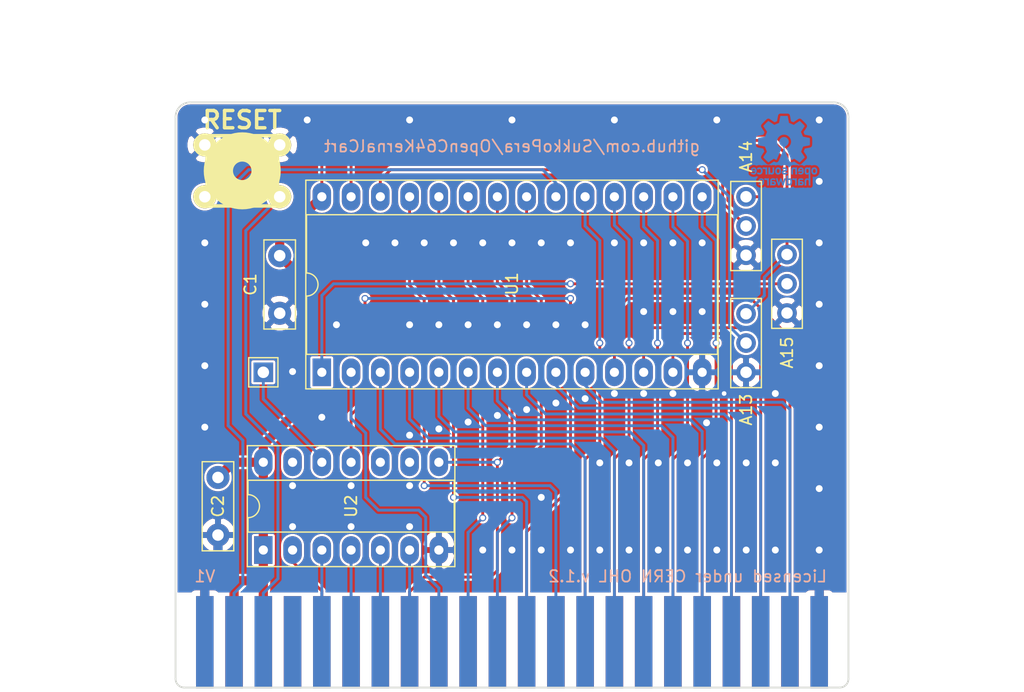
<source format=kicad_pcb>
(kicad_pcb (version 20171130) (host pcbnew 5.1.2)
  (title_block (title OpenC64KernalCart) (date 2019-05-22) (rev 1) (company SukkoPera) (comment 1 "Licensed under CERN OHL v.1.2"))
  (layers (0 F.Cu signal) (31 B.Cu signal) (36 B.SilkS user) (37 F.SilkS user) (38 B.Mask user) (39 F.Mask user) (44 Edge.Cuts user))
  (net 0 "")
  (net 1 GND)
  (net 2 /rw)
  (net 3 /game)
  (net 4 /d7)
  (net 5 /ba)
  (net 6 VCC)
  (net 7 /d6)
  (net 8 /d5)
  (net 9 /d4)
  (net 10 /d3)
  (net 11 /d2)
  (net 12 /d1)
  (net 13 /d0)
  (net 14 /a15)
  (net 15 /a14)
  (net 16 /a13)
  (net 17 /a12)
  (net 18 /a11)
  (net 19 /a10)
  (net 20 /romh)
  (net 21 /reset)
  (net 22 /phi2)
  (net 23 /a4)
  (net 24 /a3)
  (net 25 /a2)
  (net 26 /a1)
  (net 27 /a0)
  (net 28 /a7)
  (net 29 /a6)
  (net 30 /a5)
  (net 31 /a8)
  (net 32 /a9)
  (net 33 /wire)
  (net 34 /a13x)
  (net 35 /a14x)
  (net 36 /a15x)
  (module OpenC64KernalCart:Switch (layer F.Cu) (at 109.22 97.0915)
    (fp_text reference SW13 hide)
    (fp_text value KERNEL_BANK_A13)
    (pad 2 thru_hole circle (at 0 0) (size 1.7 1.7) (drill 1) (layers *.Cu *.Mask) (net 6 VCC))
    (pad 1 thru_hole oval (at 0 2.54) (size 1.7 1.7) (drill 1) (layers *.Cu *.Mask) (net 34 /a13x))
    (pad 3 thru_hole oval (at 0 5.08) (size 1.7 1.7) (drill 1) (layers *.Cu *.Mask) (net 1 GND))
  )
  (module OpenC64KernalCart:Switch (layer F.Cu) (at 109.22 86.9315)
    (fp_text reference SW14 hide)
    (fp_text value KERNEL_BANK_A14)
    (pad 2 thru_hole circle (at 0 0) (size 1.7 1.7) (drill 1) (layers *.Cu *.Mask) (net 6 VCC))
    (pad 1 thru_hole oval (at 0 2.54) (size 1.7 1.7) (drill 1) (layers *.Cu *.Mask) (net 35 /a14x))
    (pad 3 thru_hole oval (at 0 5.08 45) (size 1.7 1.7) (drill 1) (layers *.Cu *.Mask) (net 1 GND))
  )
  (module OpenC64KernalCart:bottom (layer B.Cu) (at 88.773 104.7115 180)
    (fp_text reference J98 hide)
    (fp_text value BOTTOM_TRACKS hide)
  )
  (module OpenC64KernalCart:top (layer F.Cu) (at 88.773 104.775)
    (fp_text reference J97 hide)
    (fp_text value TOP_TRACKS hide)
  )
  (module OpenC64KernalCart:C64-Cart (layer F.Cu) (at 59.69 129.54)
    (fp_text reference J1 hide)
    (fp_text value C64-Exp-Port hide)
    (pad 1 smd rect (at 2.54 -3.938274 180) (size 1.524 8) (layers F.Cu F.Paste F.Mask) (net 1 GND))
    (pad 4 smd rect (at 10.16 -3.938274 180) (size 1.524 8) (layers F.Cu F.Paste F.Mask))
    (pad 5 smd rect (at 12.7 -3.938274 180) (size 1.524 8) (layers F.Cu F.Paste F.Mask) (net 2 /rw))
    (pad 6 smd rect (at 15.24 -3.938274 180) (size 1.524 8) (layers F.Cu F.Paste F.Mask))
    (pad 7 smd rect (at 17.78 -3.938274 180) (size 1.524 8) (layers F.Cu F.Paste F.Mask))
    (pad 8 smd rect (at 20.32 -3.938274 180) (size 1.524 8) (layers F.Cu F.Paste F.Mask) (net 3 /game))
    (pad 9 smd rect (at 22.86 -3.938274 180) (size 1.524 8) (layers F.Cu F.Paste F.Mask))
    (pad 10 smd rect (at 25.4 -3.938274 180) (size 1.524 8) (layers F.Cu F.Paste F.Mask))
    (pad 11 smd rect (at 27.94 -3.938274 180) (size 1.524 8) (layers F.Cu F.Paste F.Mask))
    (pad 13 smd rect (at 33.02 -3.938274 180) (size 1.524 8) (layers F.Cu F.Paste F.Mask))
    (pad 14 smd rect (at 35.56 -3.938274 180) (size 1.524 8) (layers F.Cu F.Paste F.Mask) (net 4 /d7))
    (pad 12 smd rect (at 30.48 -3.938274 180) (size 1.524 8) (layers F.Cu F.Paste F.Mask) (net 5 /ba))
    (pad 2 smd rect (at 5.08 -3.938274 180) (size 1.524 8) (layers F.Cu F.Paste F.Mask) (net 6 VCC))
    (pad 3 smd rect (at 7.62 -3.938274 180) (size 1.524 8) (layers F.Cu F.Paste F.Mask) (net 6 VCC))
    (pad 15 smd rect (at 38.1 -3.938274 180) (size 1.524 8) (layers F.Cu F.Paste F.Mask) (net 7 /d6))
    (pad 16 smd rect (at 40.64 -3.938274 180) (size 1.524 8) (layers F.Cu F.Paste F.Mask) (net 8 /d5))
    (pad 17 smd rect (at 43.18 -3.938274 180) (size 1.524 8) (layers F.Cu F.Paste F.Mask) (net 9 /d4))
    (pad 18 smd rect (at 45.72 -3.938274 180) (size 1.524 8) (layers F.Cu F.Paste F.Mask) (net 10 /d3))
    (pad 19 smd rect (at 48.26 -3.938274 180) (size 1.524 8) (layers F.Cu F.Paste F.Mask) (net 11 /d2))
    (pad 20 smd rect (at 50.8 -3.938274 180) (size 1.524 8) (layers F.Cu F.Paste F.Mask) (net 12 /d1))
    (pad 21 smd rect (at 53.34 -3.938274 180) (size 1.524 8) (layers F.Cu F.Paste F.Mask) (net 13 /d0))
    (pad 22 smd rect (at 55.88 -3.938274 180) (size 1.524 8) (layers F.Cu F.Paste F.Mask) (net 1 GND))
    (pad F smd rect (at 15.24 -3.938274) (size 1.524 8) (layers B.Cu B.Paste B.Mask) (net 14 /a15))
    (pad H smd rect (at 17.78 -3.938274) (size 1.524 8) (layers B.Cu B.Paste B.Mask) (net 15 /a14))
    (pad J smd rect (at 20.32 -3.938274) (size 1.524 8) (layers B.Cu B.Paste B.Mask) (net 16 /a13))
    (pad K smd rect (at 22.86 -3.938274) (size 1.524 8) (layers B.Cu B.Paste B.Mask) (net 17 /a12))
    (pad L smd rect (at 25.4 -3.938274) (size 1.524 8) (layers B.Cu B.Paste B.Mask) (net 18 /a11))
    (pad M smd rect (at 27.94 -3.938274) (size 1.524 8) (layers B.Cu B.Paste B.Mask) (net 19 /a10))
    (pad B smd rect (at 5.08 -3.938274) (size 1.524 8) (layers B.Cu B.Paste B.Mask) (net 20 /romh))
    (pad C smd rect (at 7.62 -3.938274) (size 1.524 8) (layers B.Cu B.Paste B.Mask) (net 21 /reset))
    (pad D smd rect (at 10.16 -3.938274) (size 1.524 8) (layers B.Cu B.Paste B.Mask))
    (pad E smd rect (at 12.7 -3.938274) (size 1.524 8) (layers B.Cu B.Paste B.Mask) (net 22 /phi2))
    (pad A smd rect (at 2.54 -3.938274) (size 1.524 8) (layers B.Cu B.Paste B.Mask) (net 1 GND))
    (pad U smd rect (at 43.18 -3.938274) (size 1.524 8) (layers B.Cu B.Paste B.Mask) (net 23 /a4))
    (pad V smd rect (at 45.72 -3.938274) (size 1.524 8) (layers B.Cu B.Paste B.Mask) (net 24 /a3))
    (pad W smd rect (at 48.26 -3.938274) (size 1.524 8) (layers B.Cu B.Paste B.Mask) (net 25 /a2))
    (pad X smd rect (at 50.8 -3.938274) (size 1.524 8) (layers B.Cu B.Paste B.Mask) (net 26 /a1))
    (pad Y smd rect (at 53.34 -3.938274) (size 1.524 8) (layers B.Cu B.Paste B.Mask) (net 27 /a0))
    (pad Z smd rect (at 55.88 -3.938274) (size 1.524 8) (layers B.Cu B.Paste B.Mask) (net 1 GND))
    (pad R smd rect (at 35.56 -3.938274) (size 1.524 8) (layers B.Cu B.Paste B.Mask) (net 28 /a7))
    (pad S smd rect (at 38.1 -3.938274) (size 1.524 8) (layers B.Cu B.Paste B.Mask) (net 29 /a6))
    (pad T smd rect (at 40.64 -3.938274) (size 1.524 8) (layers B.Cu B.Paste B.Mask) (net 30 /a5))
    (pad P smd rect (at 33.02 -3.938274) (size 1.524 8) (layers B.Cu B.Paste B.Mask) (net 31 /a8))
    (pad N smd rect (at 30.48 -3.938274) (size 1.524 8) (layers B.Cu B.Paste B.Mask) (net 32 /a9))
  )
  (module Package_DIP:DIP-14_W7.62mm_Socket_LongPads (layer F.Cu) (at 67.31 117.602 90)
    (fp_text reference U2 (at 3.81 7.62 90) (layer F.SilkS))
    (fp_text value 74LS30)
    (pad 1 thru_hole rect (at 0 0 90) (size 2.4 1.6) (drill 0.8) (layers *.Cu *.Mask) (net 6 VCC))
    (pad 8 thru_hole oval (at 7.62 15.24 90) (size 2.4 1.6) (drill 0.8) (layers *.Cu *.Mask) (net 3 /game))
    (pad 2 thru_hole oval (at 0 2.54 90) (size 2.4 1.6) (drill 0.8) (layers *.Cu *.Mask) (net 2 /rw))
    (pad 9 thru_hole oval (at 7.62 12.7 90) (size 2.4 1.6) (drill 0.8) (layers *.Cu *.Mask))
    (pad 3 thru_hole oval (at 0 5.08 90) (size 2.4 1.6) (drill 0.8) (layers *.Cu *.Mask) (net 22 /phi2))
    (pad 10 thru_hole oval (at 7.62 10.16 90) (size 2.4 1.6) (drill 0.8) (layers *.Cu *.Mask))
    (pad 4 thru_hole oval (at 0 7.62 90) (size 2.4 1.6) (drill 0.8) (layers *.Cu *.Mask) (net 14 /a15))
    (pad 11 thru_hole oval (at 7.62 7.62 90) (size 2.4 1.6) (drill 0.8) (layers *.Cu *.Mask) (net 5 /ba))
    (pad 5 thru_hole oval (at 0 10.16 90) (size 2.4 1.6) (drill 0.8) (layers *.Cu *.Mask) (net 15 /a14))
    (pad 12 thru_hole oval (at 7.62 5.08 90) (size 2.4 1.6) (drill 0.8) (layers *.Cu *.Mask) (net 33 /wire))
    (pad 6 thru_hole oval (at 0 12.7 90) (size 2.4 1.6) (drill 0.8) (layers *.Cu *.Mask) (net 16 /a13))
    (pad 13 thru_hole oval (at 7.62 2.54 90) (size 2.4 1.6) (drill 0.8) (layers *.Cu *.Mask))
    (pad 7 thru_hole oval (at 0 15.24 90) (size 2.4 1.6) (drill 0.8) (layers *.Cu *.Mask) (net 1 GND))
    (pad 14 thru_hole oval (at 7.62 0 90) (size 2.4 1.6) (drill 0.8) (layers *.Cu *.Mask) (net 6 VCC))
  )
  (module OpenC64KernalCart:Switch (layer F.Cu) (at 112.776 91.948)
    (fp_text reference SW15 hide)
    (fp_text value KERNEL_BANK_A15)
    (pad 2 thru_hole circle (at 0 0) (size 1.7 1.7) (drill 1) (layers *.Cu *.Mask) (net 6 VCC))
    (pad 1 thru_hole oval (at 0 2.54) (size 1.7 1.7) (drill 1) (layers *.Cu *.Mask) (net 36 /a15x))
    (pad 3 thru_hole oval (at 0 5.08 45) (size 1.7 1.7) (drill 1) (layers *.Cu *.Mask) (net 1 GND))
  )
  (module Symbol:OSHW-Logo_5.7x6mm_Copper (layer B.Cu) (at 112.522 82.931 180)
    (fp_text reference J99 hide)
    (fp_text value OSHW_LOGO hide)
    (fp_poly (pts (xy -1.908759 -1.469184) (xy -1.882247 -1.482282) (xy -1.849553 -1.505106) (xy -1.825725 -1.529996) (xy -1.809406 -1.561249) (xy -1.79924 -1.603166) (xy -1.793872 -1.660044) (xy -1.791944 -1.736184) (xy -1.791831 -1.768917) (xy -1.792161 -1.840656) (xy -1.793527 -1.891927) (xy -1.7965 -1.927404) (xy -1.801649 -1.951763) (xy -1.809543 -1.96968) (xy -1.817757 -1.981902) (xy -1.870187 -2.033905) (xy -1.93193 -2.065184) (xy -1.998536 -2.074592) (xy -2.065558 -2.06098) (xy -2.086792 -2.051354) (xy -2.137624 -2.024859) (xy -2.137624 -2.440052) (xy -2.100525 -2.420868) (xy -2.051643 -2.406025) (xy -1.991561 -2.402222) (xy -1.931564 -2.409243) (xy -1.886256 -2.425013) (xy -1.848675 -2.455047) (xy -1.816564 -2.498024) (xy -1.81415 -2.502436) (xy -1.803967 -2.523221) (xy -1.79653 -2.54417) (xy -1.791411 -2.569548) (xy -1.788181 -2.603618) (xy -1.786413 -2.650641) (xy -1.785677 -2.714882) (xy -1.785544 -2.787176) (xy -1.785544 -3.017822) (xy -1.923861 -3.017822) (xy -1.923861 -2.592533) (xy -1.962549 -2.559979) (xy -2.002738 -2.53394) (xy -2.040797 -2.529205) (xy -2.079066 -2.541389) (xy -2.099462 -2.55332) (xy -2.114642 -2.570313) (xy -2.125438 -2.595995) (xy -2.132683 -2.633991) (xy -2.137208 -2.687926) (xy -2.139844 -2.761425) (xy -2.140772 -2.810347) (xy -2.143911 -3.011535) (xy -2.209926 -3.015336) (xy -2.27594 -3.019136) (xy -2.27594 -1.77065) (xy -2.137624 -1.77065) (xy -2.134097 -1.840254) (xy -2.122215 -1.888569) (xy -2.10002 -1.918631) (xy -2.065559 -1.933471) (xy -2.030742 -1.936436) (xy -1.991329 -1.933028) (xy -1.965171 -1.919617) (xy -1.948814 -1.901896) (xy -1.935937 -1.882835) (xy -1.928272 -1.861601) (xy -1.924861 -1.831849) (xy -1.924749 -1.787236) (xy -1.925897 -1.74988) (xy -1.928532 -1.693604) (xy -1.932456 -1.656658) (xy -1.939063 -1.633223) (xy -1.949749 -1.61748) (xy -1.959833 -1.60838) (xy -2.00197 -1.588537) (xy -2.05184 -1.585332) (xy -2.080476 -1.592168) (xy -2.108828 -1.616464) (xy -2.127609 -1.663728) (xy -2.136712 -1.733624) (xy -2.137624 -1.77065) (xy -2.27594 -1.77065) (xy -2.27594 -1.458614) (xy -2.206782 -1.458614) (xy -2.16526 -1.460256) (xy -2.143838 -1.466087) (xy -2.137626 -1.477461) (xy -2.137624 -1.477798) (xy -2.134742 -1.488938) (xy -2.12203 -1.487673) (xy -2.096757 -1.475433) (xy -2.037869 -1.456707) (xy -1.971615 -1.454739) (xy -1.908759 -1.469184)) (layer B.Cu) (width 0.01))
    (fp_poly (pts (xy -1.38421 -2.406555) (xy -1.325055 -2.422339) (xy -1.280023 -2.450948) (xy -1.248246 -2.488419) (xy -1.238366 -2.504411) (xy -1.231073 -2.521163) (xy -1.225974 -2.542592) (xy -1.222679 -2.572616) (xy -1.220797 -2.615154) (xy -1.219937 -2.674122) (xy -1.219707 -2.75344) (xy -1.219703 -2.774484) (xy -1.219703 -3.017822) (xy -1.280059 -3.017822) (xy -1.318557 -3.015126) (xy -1.347023 -3.008295) (xy -1.354155 -3.004083) (xy -1.373652 -2.996813) (xy -1.393566 -3.004083) (xy -1.426353 -3.01316) (xy -1.473978 -3.016813) (xy -1.526764 -3.015228) (xy -1.575036 -3.008589) (xy -1.603218 -3.000072) (xy -1.657753 -2.965063) (xy -1.691835 -2.916479) (xy -1.707157 -2.851882) (xy -1.707299 -2.850223) (xy -1.705955 -2.821566) (xy -1.584356 -2.821566) (xy -1.573726 -2.854161) (xy -1.55641 -2.872505) (xy -1.521652 -2.886379) (xy -1.475773 -2.891917) (xy -1.428988 -2.889191) (xy -1.391514 -2.878274) (xy -1.381015 -2.871269) (xy -1.362668 -2.838904) (xy -1.35802 -2.802111) (xy -1.35802 -2.753763) (xy -1.427582 -2.753763) (xy -1.493667 -2.75885) (xy -1.543764 -2.773263) (xy -1.574929 -2.795729) (xy -1.584356 -2.821566) (xy -1.705955 -2.821566) (xy -1.703987 -2.779647) (xy -1.68071 -2.723845) (xy -1.636948 -2.681647) (xy -1.630899 -2.677808) (xy -1.604907 -2.665309) (xy -1.572735 -2.65774) (xy -1.52776 -2.654061) (xy -1.474331 -2.653216) (xy -1.35802 -2.653169) (xy -1.35802 -2.604411) (xy -1.362953 -2.566581) (xy -1.375543 -2.541236) (xy -1.377017 -2.539887) (xy -1.405034 -2.5288) (xy -1.447326 -2.524503) (xy -1.494064 -2.526615) (xy -1.535418 -2.534756) (xy -1.559957 -2.546965) (xy -1.573253 -2.556746) (xy -1.587294 -2.558613) (xy -1.606671 -2.5506) (xy -1.635976 -2.530739) (xy -1.679803 -2.497063) (xy -1.683825 -2.493909) (xy -1.681764 -2.482236) (xy -1.664568 -2.462822) (xy -1.638433 -2.441248) (xy -1.609552 -2.423096) (xy -1.600478 -2.418809) (xy -1.56738 -2.410256) (xy -1.51888 -2.404155) (xy -1.464695 -2.401708) (xy -1.462161 -2.401703) (xy -1.38421 -2.406555)) (layer B.Cu) (width 0.01))
    (fp_poly (pts (xy -0.993356 -2.40302) (xy -0.974539 -2.40866) (xy -0.968473 -2.421053) (xy -0.968218 -2.426647) (xy -0.967129 -2.44223) (xy -0.959632 -2.444676) (xy -0.939381 -2.433993) (xy -0.927351 -2.426694) (xy -0.8894 -2.411063) (xy -0.844072 -2.403334) (xy -0.796544 -2.40274) (xy -0.751995 -2.408513) (xy -0.715602 -2.419884) (xy -0.692543 -2.436088) (xy -0.687996 -2.456355) (xy -0.690291 -2.461843) (xy -0.70702 -2.484626) (xy -0.732963 -2.512647) (xy -0.737655 -2.517177) (xy -0.762383 -2.538005) (xy -0.783718 -2.544735) (xy -0.813555 -2.540038) (xy -0.825508 -2.536917) (xy -0.862705 -2.529421) (xy -0.888859 -2.532792) (xy -0.910946 -2.544681) (xy -0.931178 -2.560635) (xy -0.946079 -2.5807) (xy -0.956434 -2.608702) (xy -0.963029 -2.648467) (xy -0.966649 -2.703823) (xy -0.968078 -2.778594) (xy -0.968218 -2.82374) (xy -0.968218 -3.017822) (xy -1.09396 -3.017822) (xy -1.09396 -2.401683) (xy -1.031089 -2.401683) (xy -0.993356 -2.40302)) (layer B.Cu) (width 0.01))
    (fp_poly (pts (xy -0.201188 -3.017822) (xy -0.270346 -3.017822) (xy -0.310488 -3.016645) (xy -0.331394 -3.011772) (xy -0.338922 -3.001186) (xy -0.339505 -2.994029) (xy -0.340774 -2.979676) (xy -0.348779 -2.976923) (xy -0.369815 -2.985771) (xy -0.386173 -2.994029) (xy -0.448977 -3.013597) (xy -0.517248 -3.014729) (xy -0.572752 -3.000135) (xy -0.624438 -2.964877) (xy -0.663838 -2.912835) (xy -0.685413 -2.85145) (xy -0.685962 -2.848018) (xy -0.689167 -2.810571) (xy -0.690761 -2.756813) (xy -0.690633 -2.716155) (xy -0.553279 -2.716155) (xy -0.550097 -2.770194) (xy -0.542859 -2.814735) (xy -0.53306 -2.839888) (xy -0.495989 -2.87426) (xy -0.451974 -2.886582) (xy -0.406584 -2.876618) (xy -0.367797 -2.846895) (xy -0.353108 -2.826905) (xy -0.344519 -2.80305) (xy -0.340496 -2.76823) (xy -0.339505 -2.71593) (xy -0.341278 -2.664139) (xy -0.345963 -2.618634) (xy -0.352603 -2.588181) (xy -0.35371 -2.585452) (xy -0.380491 -2.553) (xy -0.419579 -2.535183) (xy -0.463315 -2.532306) (xy -0.504038 -2.544674) (xy -0.534087 -2.572593) (xy -0.537204 -2.578148) (xy -0.546961 -2.612022) (xy -0.552277 -2.660728) (xy -0.553279 -2.716155) (xy -0.690633 -2.716155) (xy -0.690568 -2.69554) (xy -0.689664 -2.662563) (xy -0.683514 -2.580981) (xy -0.670733 -2.51973) (xy -0.649471 -2.474449) (xy -0.617878 -2.440779) (xy -0.587207 -2.421014) (xy -0.544354 -2.40712) (xy -0.491056 -2.402354) (xy -0.43648 -2.406236) (xy -0.389792 -2.418282) (xy -0.365124 -2.432693) (xy -0.339505 -2.455878) (xy -0.339505 -2.162773) (xy -0.201188 -2.162773) (xy -0.201188 -3.017822)) (layer B.Cu) (width 0.01))
    (fp_poly (pts (xy 0.281524 -2.404237) (xy 0.331255 -2.407971) (xy 0.461291 -2.797773) (xy 0.481678 -2.728614) (xy 0.493946 -2.685874) (xy 0.510085 -2.628115) (xy 0.527512 -2.564625) (xy 0.536726 -2.53057) (xy 0.571388 -2.401683) (xy 0.714391 -2.401683) (xy 0.671646 -2.536857) (xy 0.650596 -2.603342) (xy 0.625167 -2.683539) (xy 0.59861 -2.767193) (xy 0.574902 -2.841782) (xy 0.520902 -3.011535) (xy 0.462598 -3.015328) (xy 0.404295 -3.019122) (xy 0.372679 -2.914734) (xy 0.353182 -2.849889) (xy 0.331904 -2.7784) (xy 0.313308 -2.715263) (xy 0.312574 -2.71275) (xy 0.298684 -2.669969) (xy 0.286429 -2.640779) (xy 0.277846 -2.629741) (xy 0.276082 -2.631018) (xy 0.269891 -2.64813) (xy 0.258128 -2.684787) (xy 0.242225 -2.736378) (xy 0.223614 -2.798294) (xy 0.213543 -2.832352) (xy 0.159007 -3.017822) (xy 0.043264 -3.017822) (xy -0.049263 -2.725471) (xy -0.075256 -2.643462) (xy -0.098934 -2.568987) (xy -0.11918 -2.505544) (xy -0.134874 -2.456632) (xy -0.144898 -2.425749) (xy -0.147945 -2.416726) (xy -0.145533 -2.407487) (xy -0.126592 -2.403441) (xy -0.087177 -2.403846) (xy -0.081007 -2.404152) (xy -0.007914 -2.407971) (xy 0.039957 -2.58401) (xy 0.057553 -2.648211) (xy 0.073277 -2.704649) (xy 0.085746 -2.748422) (xy 0.093574 -2.77463) (xy 0.09502 -2.778903) (xy 0.101014 -2.77399) (xy 0.113101 -2.748532) (xy 0.129893 -2.705997) (xy 0.150003 -2.64985) (xy 0.167003 -2.59913) (xy 0.231794 -2.400504) (xy 0.281524 -2.404237)) (layer B.Cu) (width 0.01))
    (fp_poly (pts (xy 1.038411 -2.405417) (xy 1.091411 -2.41829) (xy 1.106731 -2.42511) (xy 1.136428 -2.442974) (xy 1.15922 -2.463093) (xy 1.176083 -2.488962) (xy 1.187998 -2.524073) (xy 1.195942 -2.57192) (xy 1.200894 -2.635996) (xy 1.203831 -2.719794) (xy 1.204947 -2.775768) (xy 1.209052 -3.017822) (xy 1.138932 -3.017822) (xy 1.096393 -3.016038) (xy 1.074476 -3.009942) (xy 1.068812 -2.999706) (xy 1.065821 -2.988637) (xy 1.052451 -2.990754) (xy 1.034233 -2.999629) (xy 0.988624 -3.013233) (xy 0.930007 -3.016899) (xy 0.868354 -3.010903) (xy 0.813638 -2.995521) (xy 0.80873 -2.993386) (xy 0.758723 -2.958255) (xy 0.725756 -2.909419) (xy 0.710587 -2.852333) (xy 0.711746 -2.831824) (xy 0.835508 -2.831824) (xy 0.846413 -2.859425) (xy 0.878745 -2.879204) (xy 0.93091 -2.889819) (xy 0.958787 -2.891228) (xy 1.005247 -2.88762) (xy 1.036129 -2.873597) (xy 1.043664 -2.866931) (xy 1.064076 -2.830666) (xy 1.068812 -2.797773) (xy 1.068812 -2.753763) (xy 1.007513 -2.753763) (xy 0.936256 -2.757395) (xy 0.886276 -2.768818) (xy 0.854696 -2.788824) (xy 0.847626 -2.797743) (xy 0.835508 -2.831824) (xy 0.711746 -2.831824) (xy 0.713971 -2.792456) (xy 0.736663 -2.735244) (xy 0.767624 -2.69658) (xy 0.786376 -2.679864) (xy 0.804733 -2.668878) (xy 0.828619 -2.66218) (xy 0.863957 -2.658326) (xy 0.916669 -2.655873) (xy 0.937577 -2.655168) (xy 1.068812 -2.650879) (xy 1.06862 -2.611158) (xy 1.063537 -2.569405) (xy 1.045162 -2.544158) (xy 1.008039 -2.52803) (xy 1.007043 -2.527742) (xy 0.95441 -2.5214) (xy 0.902906 -2.529684) (xy 0.86463 -2.549827) (xy 0.849272 -2.559773) (xy 0.83273 -2.558397) (xy 0.807275 -2.543987) (xy 0.792328 -2.533817) (xy 0.763091 -2.512088) (xy 0.74498 -2.4958) (xy 0.742074 -2.491137) (xy 0.75404 -2.467005) (xy 0.789396 -2.438185) (xy 0.804753 -2.428461) (xy 0.848901 -2.411714) (xy 0.908398 -2.402227) (xy 0.974487 -2.400095) (xy 1.038411 -2.405417)) (layer B.Cu) (width 0.01))
    (fp_poly (pts (xy 1.635255 -2.401486) (xy 1.683595 -2.411015) (xy 1.711114 -2.425125) (xy 1.740064 -2.448568) (xy 1.698876 -2.500571) (xy 1.673482 -2.532064) (xy 1.656238 -2.547428) (xy 1.639102 -2.549776) (xy 1.614027 -2.542217) (xy 1.602257 -2.537941) (xy 1.55427 -2.531631) (xy 1.510324 -2.545156) (xy 1.47806 -2.57571) (xy 1.472819 -2.585452) (xy 1.467112 -2.611258) (xy 1.462706 -2.658817) (xy 1.459811 -2.724758) (xy 1.458631 -2.80571) (xy 1.458614 -2.817226) (xy 1.458614 -3.017822) (xy 1.320297 -3.017822) (xy 1.320297 -2.401683) (xy 1.389456 -2.401683) (xy 1.429333 -2.402725) (xy 1.450107 -2.407358) (xy 1.457789 -2.417849) (xy 1.458614 -2.427745) (xy 1.458614 -2.453806) (xy 1.491745 -2.427745) (xy 1.529735 -2.409965) (xy 1.58077 -2.401174) (xy 1.635255 -2.401486)) (layer B.Cu) (width 0.01))
    (fp_poly (pts (xy 2.032581 -2.40497) (xy 2.092685 -2.420597) (xy 2.143021 -2.452848) (xy 2.167393 -2.47694) (xy 2.207345 -2.533895) (xy 2.230242 -2.599965) (xy 2.238108 -2.681182) (xy 2.238148 -2.687748) (xy 2.238218 -2.753763) (xy 1.858264 -2.753763) (xy 1.866363 -2.788342) (xy 1.880987 -2.819659) (xy 1.906581 -2.852291) (xy 1.911935 -2.8575) (xy 1.957943 -2.885694) (xy 2.01041 -2.890475) (xy 2.070803 -2.871926) (xy 2.08104 -2.866931) (xy 2.112439 -2.851745) (xy 2.13347 -2.843094) (xy 2.137139 -2.842293) (xy 2.149948 -2.850063) (xy 2.174378 -2.869072) (xy 2.186779 -2.87946) (xy 2.212476 -2.903321) (xy 2.220915 -2.919077) (xy 2.215058 -2.933571) (xy 2.211928 -2.937534) (xy 2.190725 -2.954879) (xy 2.155738 -2.975959) (xy 2.131337 -2.988265) (xy 2.062072 -3.009946) (xy 1.985388 -3.016971) (xy 1.912765 -3.008647) (xy 1.892426 -3.002686) (xy 1.829476 -2.968952) (xy 1.782815 -2.917045) (xy 1.752173 -2.846459) (xy 1.737282 -2.756692) (xy 1.735647 -2.709753) (xy 1.740421 -2.641413) (xy 1.86099 -2.641413) (xy 1.872652 -2.646465) (xy 1.903998 -2.650429) (xy 1.949571 -2.652768) (xy 1.980446 -2.653169) (xy 2.035981 -2.652783) (xy 2.071033 -2.650975) (xy 2.090262 -2.646773) (xy 2.09833 -2.639203) (xy 2.099901 -2.628218) (xy 2.089121 -2.594381) (xy 2.06198 -2.56094) (xy 2.026277 -2.535272) (xy 1.99056 -2.524772) (xy 1.942048 -2.534086) (xy 1.900053 -2.561013) (xy 1.870936 -2.599827) (xy 1.86099 -2.641413) (xy 1.740421 -2.641413) (xy 1.742599 -2.610236) (xy 1.764055 -2.530949) (xy 1.80047 -2.471263) (xy 1.852297 -2.430549) (xy 1.91999 -2.408179) (xy 1.956662 -2.403871) (xy 2.032581 -2.40497)) (layer B.Cu) (width 0.01))
    (fp_poly (pts (xy -2.538261 -1.465148) (xy -2.472479 -1.494231) (xy -2.42254 -1.542793) (xy -2.388374 -1.610908) (xy -2.369907 -1.698651) (xy -2.368583 -1.712351) (xy -2.367546 -1.808939) (xy -2.380993 -1.893602) (xy -2.408108 -1.962221) (xy -2.422627 -1.984294) (xy -2.473201 -2.031011) (xy -2.537609 -2.061268) (xy -2.609666 -2.073824) (xy -2.683185 -2.067439) (xy -2.739072 -2.047772) (xy -2.787132 -2.014629) (xy -2.826412 -1.971175) (xy -2.827092 -1.970158) (xy -2.843044 -1.943338) (xy -2.85341 -1.916368) (xy -2.859688 -1.882332) (xy -2.863373 -1.83431) (xy -2.864997 -1.794931) (xy -2.865672 -1.759219) (xy -2.739955 -1.759219) (xy -2.738726 -1.79477) (xy -2.734266 -1.842094) (xy -2.726397 -1.872465) (xy -2.712207 -1.894072) (xy -2.698917 -1.906694) (xy -2.651802 -1.933122) (xy -2.602505 -1.936653) (xy -2.556593 -1.917639) (xy -2.533638 -1.896331) (xy -2.517096 -1.874859) (xy -2.507421 -1.854313) (xy -2.503174 -1.827574) (xy -2.50292 -1.787523) (xy -2.504228 -1.750638) (xy -2.507043 -1.697947) (xy -2.511505 -1.663772) (xy -2.519548 -1.64148) (xy -2.533103 -1.624442) (xy -2.543845 -1.614703) (xy -2.588777 -1.589123) (xy -2.637249 -1.587847) (xy -2.677894 -1.602999) (xy -2.712567 -1.634642) (xy -2.733224 -1.68662) (xy -2.739955 -1.759219) (xy -2.865672 -1.759219) (xy -2.866479 -1.716621) (xy -2.863948 -1.658056) (xy -2.856362 -1.614007) (xy -2.842681 -1.579248) (xy -2.821865 -1.548551) (xy -2.814147 -1.539436) (xy -2.765889 -1.494021) (xy -2.714128 -1.467493) (xy -2.650828 -1.456379) (xy -2.619961 -1.455471) (xy -2.538261 -1.465148)) (layer B.Cu) (width 0.01))
    (fp_poly (pts (xy -1.356699 -1.472614) (xy -1.344168 -1.478514) (xy -1.300799 -1.510283) (xy -1.25979 -1.556646) (xy -1.229168 -1.607696) (xy -1.220459 -1.631166) (xy -1.212512 -1.673091) (xy -1.207774 -1.723757) (xy -1.207199 -1.744679) (xy -1.207129 -1.810693) (xy -1.587083 -1.810693) (xy -1.578983 -1.845273) (xy -1.559104 -1.88617) (xy -1.524347 -1.921514) (xy -1.482998 -1.944282) (xy -1.456649 -1.94901) (xy -1.420916 -1.943273) (xy -1.378282 -1.928882) (xy -1.363799 -1.922262) (xy -1.31024 -1.895513) (xy -1.264533 -1.930376) (xy -1.238158 -1.953955) (xy -1.224124 -1.973417) (xy -1.223414 -1.979129) (xy -1.235951 -1.992973) (xy -1.263428 -2.014012) (xy -1.288366 -2.030425) (xy -1.355664 -2.05993) (xy -1.43111 -2.073284) (xy -1.505888 -2.069812) (xy -1.565495 -2.051663) (xy -1.626941 -2.012784) (xy -1.670608 -1.961595) (xy -1.697926 -1.895367) (xy -1.710322 -1.811371) (xy -1.711421 -1.772936) (xy -1.707022 -1.684861) (xy -1.706482 -1.682299) (xy -1.580582 -1.682299) (xy -1.577115 -1.690558) (xy -1.562863 -1.695113) (xy -1.53347 -1.697065) (xy -1.484575 -1.697517) (xy -1.465748 -1.697525) (xy -1.408467 -1.696843) (xy -1.372141 -1.694364) (xy -1.352604 -1.689443) (xy -1.34569 -1.681434) (xy -1.345445 -1.678862) (xy -1.353336 -1.658423) (xy -1.373085 -1.629789) (xy -1.381575 -1.619763) (xy -1.413094 -1.591408) (xy -1.445949 -1.580259) (xy -1.463651 -1.579327) (xy -1.511539 -1.590981) (xy -1.551699 -1.622285) (xy -1.577173 -1.667752) (xy -1.577625 -1.669233) (xy -1.580582 -1.682299) (xy -1.706482 -1.682299) (xy -1.692392 -1.61551) (xy -1.666038 -1.560025) (xy -1.633807 -1.520639) (xy -1.574217 -1.477931) (xy -1.504168 -1.455109) (xy -1.429661 -1.453046) (xy -1.356699 -1.472614)) (layer B.Cu) (width 0.01))
    (fp_poly (pts (xy 0.014017 -1.456452) (xy 0.061634 -1.465482) (xy 0.111034 -1.48437) (xy 0.116312 -1.486777) (xy 0.153774 -1.506476) (xy 0.179717 -1.524781) (xy 0.188103 -1.536508) (xy 0.180117 -1.555632) (xy 0.16072 -1.58385) (xy 0.15211 -1.594384) (xy 0.116628 -1.635847) (xy 0.070885 -1.608858) (xy 0.02735 -1.590878) (xy -0.02295 -1.581267) (xy -0.071188 -1.58066) (xy -0.108533 -1.589691) (xy -0.117495 -1.595327) (xy -0.134563 -1.621171) (xy -0.136637 -1.650941) (xy -0.123866 -1.674197) (xy -0.116312 -1.678708) (xy -0.093675 -1.684309) (xy -0.053885 -1.690892) (xy -0.004834 -1.697183) (xy 0.004215 -1.69817) (xy 0.082996 -1.711798) (xy 0.140136 -1.734946) (xy 0.17803 -1.769752) (xy 0.199079 -1.818354) (xy 0.205635 -1.877718) (xy 0.196577 -1.945198) (xy 0.167164 -1.998188) (xy 0.117278 -2.036783) (xy 0.0468 -2.061081) (xy -0.031435 -2.070667) (xy -0.095234 -2.070552) (xy -0.146984 -2.061845) (xy -0.182327 -2.049825) (xy -0.226983 -2.02888) (xy -0.268253 -2.004574) (xy -0.282921 -1.993876) (xy -0.320643 -1.963084) (xy -0.275148 -1.917049) (xy -0.229653 -1.871013) (xy -0.177928 -1.905243) (xy -0.126048 -1.930952) (xy -0.070649 -1.944399) (xy -0.017395 -1.945818) (xy 0.028049 -1.935443) (xy 0.060016 -1.913507) (xy 0.070338 -1.894998) (xy 0.068789 -1.865314) (xy 0.04314 -1.842615) (xy -0.00654 -1.82694) (xy -0.060969 -1.819695) (xy -0.144736 -1.805873) (xy -0.206967 -1.779796) (xy -0.248493 -1.740699) (xy -0.270147 -1.68782) (xy -0.273147 -1.625126) (xy -0.258329 -1.559642) (xy -0.224546 -1.510144) (xy -0.171495 -1.476408) (xy -0.098874 -1.458207) (xy -0.045072 -1.454639) (xy 0.014017 -1.456452)) (layer B.Cu) (width 0.01))
    (fp_poly (pts (xy 0.610762 -1.466055) (xy 0.674363 -1.500692) (xy 0.724123 -1.555372) (xy 0.747568 -1.599842) (xy 0.757634 -1.639121) (xy 0.764156 -1.695116) (xy 0.766951 -1.759621) (xy 0.765836 -1.824429) (xy 0.760626 -1.881334) (xy 0.754541 -1.911727) (xy 0.734014 -1.953306) (xy 0.698463 -1.997468) (xy 0.655619 -2.036087) (xy 0.613211 -2.061034) (xy 0.612177 -2.06143) (xy 0.559553 -2.072331) (xy 0.497188 -2.072601) (xy 0.437924 -2.062676) (xy 0.41504 -2.054722) (xy 0.356102 -2.0213) (xy 0.31389 -1.977511) (xy 0.286156 -1.919538) (xy 0.270651 -1.843565) (xy 0.267143 -1.803771) (xy 0.26759 -1.753766) (xy 0.402376 -1.753766) (xy 0.406917 -1.826732) (xy 0.419986 -1.882334) (xy 0.440756 -1.917861) (xy 0.455552 -1.92802) (xy 0.493464 -1.935104) (xy 0.538527 -1.933007) (xy 0.577487 -1.922812) (xy 0.587704 -1.917204) (xy 0.614659 -1.884538) (xy 0.632451 -1.834545) (xy 0.640024 -1.773705) (xy 0.636325 -1.708497) (xy 0.628057 -1.669253) (xy 0.60432 -1.623805) (xy 0.566849 -1.595396) (xy 0.52172 -1.585573) (xy 0.475011 -1.595887) (xy 0.439132 -1.621112) (xy 0.420277 -1.641925) (xy 0.409272 -1.662439) (xy 0.404026 -1.690203) (xy 0.402449 -1.732762) (xy 0.402376 -1.753766) (xy 0.26759 -1.753766) (xy 0.268094 -1.69758) (xy 0.285388 -1.610501) (xy 0.319029 -1.54253) (xy 0.369018 -1.493664) (xy 0.435356 -1.463899) (xy 0.449601 -1.460448) (xy 0.53521 -1.452345) (xy 0.610762 -1.466055)) (layer B.Cu) (width 0.01))
    (fp_poly (pts (xy 0.993367 -1.654342) (xy 0.994555 -1.746563) (xy 0.998897 -1.81661) (xy 1.007558 -1.867381) (xy 1.021704 -1.901772) (xy 1.0425 -1.922679) (xy 1.07111 -1.933) (xy 1.106535 -1.935636) (xy 1.143636 -1.932682) (xy 1.171818 -1.921889) (xy 1.192243 -1.90036) (xy 1.206079 -1.865199) (xy 1.214491 -1.81351) (xy 1.218643 -1.742394) (xy 1.219703 -1.654342) (xy 1.219703 -1.458614) (xy 1.35802 -1.458614) (xy 1.35802 -2.062179) (xy 1.288862 -2.062179) (xy 1.24717 -2.060489) (xy 1.225701 -2.054556) (xy 1.219703 -2.043293) (xy 1.216091 -2.033261) (xy 1.201714 -2.035383) (xy 1.172736 -2.04958) (xy 1.106319 -2.07148) (xy 1.035875 -2.069928) (xy 0.968377 -2.046147) (xy 0.936233 -2.027362) (xy 0.911715 -2.007022) (xy 0.893804 -1.981573) (xy 0.881479 -1.947458) (xy 0.873723 -1.901121) (xy 0.869516 -1.839007) (xy 0.86784 -1.757561) (xy 0.867624 -1.694578) (xy 0.867624 -1.458614) (xy 0.993367 -1.458614) (xy 0.993367 -1.654342)) (layer B.Cu) (width 0.01))
    (fp_poly (pts (xy 2.217226 -1.46388) (xy 2.29008 -1.49483) (xy 2.313027 -1.509895) (xy 2.342354 -1.533048) (xy 2.360764 -1.551253) (xy 2.363961 -1.557183) (xy 2.354935 -1.57034) (xy 2.331837 -1.592667) (xy 2.313344 -1.60825) (xy 2.262728 -1.648926) (xy 2.22276 -1.615295) (xy 2.191874 -1.593584) (xy 2.161759 -1.58609) (xy 2.127292 -1.58792) (xy 2.072561 -1.601528) (xy 2.034886 -1.629772) (xy 2.011991 -1.675433) (xy 2.001597 -1.741289) (xy 2.001595 -1.741331) (xy 2.002494 -1.814939) (xy 2.016463 -1.868946) (xy 2.044328 -1.905716) (xy 2.063325 -1.918168) (xy 2.113776 -1.933673) (xy 2.167663 -1.933683) (xy 2.214546 -1.918638) (xy 2.225644 -1.911287) (xy 2.253476 -1.892511) (xy 2.275236 -1.889434) (xy 2.298704 -1.903409) (xy 2.324649 -1.92851) (xy 2.365716 -1.97088) (xy 2.320121 -2.008464) (xy 2.249674 -2.050882) (xy 2.170233 -2.071785) (xy 2.087215 -2.070272) (xy 2.032694 -2.056411) (xy 1.96897 -2.022135) (xy 1.918005 -1.968212) (xy 1.894851 -1.930149) (xy 1.876099 -1.875536) (xy 1.866715 -1.806369) (xy 1.866643 -1.731407) (xy 1.875824 -1.659409) (xy 1.894199 -1.599137) (xy 1.897093 -1.592958) (xy 1.939952 -1.532351) (xy 1.997979 -1.488224) (xy 2.066591 -1.461493) (xy 2.141201 -1.453073) (xy 2.217226 -1.46388)) (layer B.Cu) (width 0.01))
    (fp_poly (pts (xy 2.677898 -1.456457) (xy 2.710096 -1.464279) (xy 2.771825 -1.492921) (xy 2.82461 -1.536667) (xy 2.861141 -1.589117) (xy 2.86616 -1.600893) (xy 2.873045 -1.63174) (xy 2.877864 -1.677371) (xy 2.879505 -1.723492) (xy 2.879505 -1.810693) (xy 2.697178 -1.810693) (xy 2.621979 -1.810978) (xy 2.569003 -1.812704) (xy 2.535325 -1.817181) (xy 2.51802 -1.82572) (xy 2.514163 -1.83963) (xy 2.520829 -1.860222) (xy 2.53277 -1.884315) (xy 2.56608 -1.924525) (xy 2.612368 -1.944558) (xy 2.668944 -1.943905) (xy 2.733031 -1.922101) (xy 2.788417 -1.895193) (xy 2.834375 -1.931532) (xy 2.880333 -1.967872) (xy 2.837096 -2.007819) (xy 2.779374 -2.045563) (xy 2.708386 -2.06832) (xy 2.632029 -2.074688) (xy 2.558199 -2.063268) (xy 2.546287 -2.059393) (xy 2.481399 -2.025506) (xy 2.43313 -1.974986) (xy 2.400465 -1.906325) (xy 2.382385 -1.818014) (xy 2.382175 -1.816121) (xy 2.380556 -1.719878) (xy 2.3871 -1.685542) (xy 2.514852 -1.685542) (xy 2.526584 -1.690822) (xy 2.558438 -1.694867) (xy 2.605397 -1.697176) (xy 2.635154 -1.697525) (xy 2.690648 -1.697306) (xy 2.725346 -1.695916) (xy 2.743601 -1.692251) (xy 2.749766 -1.68521) (xy 2.748195 -1.67369) (xy 2.746878 -1.669233) (xy 2.724382 -1.627355) (xy 2.689003 -1.593604) (xy 2.65778 -1.578773) (xy 2.616301 -1.579668) (xy 2.574269 -1.598164) (xy 2.539012 -1.628786) (xy 2.517854 -1.666062) (xy 2.514852 -1.685542) (xy 2.3871 -1.685542) (xy 2.39669 -1.635229) (xy 2.428698 -1.564191) (xy 2.474701 -1.508779) (xy 2.532821 -1.471009) (xy 2.60118 -1.452896) (xy 2.677898 -1.456457)) (layer B.Cu) (width 0.01))
    (fp_poly (pts (xy -0.754012 -1.469002) (xy -0.722717 -1.48395) (xy -0.692409 -1.505541) (xy -0.669318 -1.530391) (xy -0.6525 -1.562087) (xy -0.641006 -1.604214) (xy -0.633891 -1.660358) (xy -0.630207 -1.734106) (xy -0.629008 -1.829044) (xy -0.628989 -1.838985) (xy -0.628713 -2.062179) (xy -0.76703 -2.062179) (xy -0.76703 -1.856418) (xy -0.767128 -1.780189) (xy -0.767809 -1.724939) (xy -0.769651 -1.686501) (xy -0.773233 -1.660706) (xy -0.779132 -1.643384) (xy -0.787927 -1.630368) (xy -0.80018 -1.617507) (xy -0.843047 -1.589873) (xy -0.889843 -1.584745) (xy -0.934424 -1.602217) (xy -0.949928 -1.615221) (xy -0.96131 -1.627447) (xy -0.969481 -1.64054) (xy -0.974974 -1.658615) (xy -0.97832 -1.685787) (xy -0.980051 -1.72617) (xy -0.980697 -1.783879) (xy -0.980792 -1.854132) (xy -0.980792 -2.062179) (xy -1.119109 -2.062179) (xy -1.119109 -1.458614) (xy -1.04995 -1.458614) (xy -1.008428 -1.460256) (xy -0.987006 -1.466087) (xy -0.980795 -1.477461) (xy -0.980792 -1.477798) (xy -0.97791 -1.488938) (xy -0.965199 -1.487674) (xy -0.939926 -1.475434) (xy -0.882605 -1.457424) (xy -0.817037 -1.455421) (xy -0.754012 -1.469002)) (layer B.Cu) (width 0.01))
    (fp_poly (pts (xy 1.79946 -1.45803) (xy 1.842711 -1.471245) (xy 1.870558 -1.487941) (xy 1.879629 -1.501145) (xy 1.877132 -1.516797) (xy 1.860931 -1.541385) (xy 1.847232 -1.5588) (xy 1.818992 -1.590283) (xy 1.797775 -1.603529) (xy 1.779688 -1.602664) (xy 1.726035 -1.58901) (xy 1.68663 -1.58963) (xy 1.654632 -1.605104) (xy 1.64389 -1.614161) (xy 1.609505 -1.646027) (xy 1.609505 -2.062179) (xy 1.471188 -2.062179) (xy 1.471188 -1.458614) (xy 1.540347 -1.458614) (xy 1.581869 -1.460256) (xy 1.603291 -1.466087) (xy 1.609502 -1.477461) (xy 1.609505 -1.477798) (xy 1.612439 -1.489713) (xy 1.625704 -1.488159) (xy 1.644084 -1.479563) (xy 1.682046 -1.463568) (xy 1.712872 -1.453945) (xy 1.752536 -1.451478) (xy 1.79946 -1.45803)) (layer B.Cu) (width 0.01))
    (fp_poly (pts (xy 0.376964 2.709982) (xy 0.433812 2.40843) (xy 0.853338 2.235488) (xy 1.104984 2.406605) (xy 1.175458 2.45425) (xy 1.239163 2.49679) (xy 1.293126 2.532285) (xy 1.334373 2.55879) (xy 1.359934 2.574364) (xy 1.366895 2.577722) (xy 1.379435 2.569086) (xy 1.406231 2.545208) (xy 1.44428 2.509141) (xy 1.490579 2.463933) (xy 1.542123 2.412636) (xy 1.595909 2.358299) (xy 1.648935 2.303972) (xy 1.698195 2.252705) (xy 1.740687 2.207549) (xy 1.773407 2.171554) (xy 1.793351 2.14777) (xy 1.798119 2.13981) (xy 1.791257 2.125135) (xy 1.77202 2.092986) (xy 1.74243 2.046508) (xy 1.70451 1.988844) (xy 1.660282 1.92314) (xy 1.634654 1.885664) (xy 1.587941 1.817232) (xy 1.546432 1.75548) (xy 1.51214 1.703481) (xy 1.48708 1.664308) (xy 1.473264 1.641035) (xy 1.471188 1.636145) (xy 1.475895 1.622245) (xy 1.488723 1.58985) (xy 1.507738 1.543515) (xy 1.531003 1.487794) (xy 1.556584 1.427242) (xy 1.582545 1.366414) (xy 1.60695 1.309864) (xy 1.627863 1.262148) (xy 1.643349 1.227819) (xy 1.651472 1.211432) (xy 1.651952 1.210788) (xy 1.664707 1.207659) (xy 1.698677 1.200679) (xy 1.75034 1.190533) (xy 1.816176 1.177908) (xy 1.892664 1.163491) (xy 1.93729 1.155177) (xy 2.019021 1.139616) (xy 2.092843 1.124808) (xy 2.155021 1.111564) (xy 2.201822 1.100695) (xy 2.229509 1.093011) (xy 2.235074 1.090573) (xy 2.240526 1.07407) (xy 2.244924 1.0368) (xy 2.248272 0.98312) (xy 2.250574 0.917388) (xy 2.251832 0.843963) (xy 2.252048 0.767204) (xy 2.251227 0.691468) (xy 2.249371 0.621114) (xy 2.246482 0.5605) (xy 2.242565 0.513984) (xy 2.237622 0.485925) (xy 2.234657 0.480084) (xy 2.216934 0.473083) (xy 2.179381 0.463073) (xy 2.126964 0.451231) (xy 2.064652 0.438733) (xy 2.0429 0.43469) (xy 1.938024 0.41548) (xy 1.85518 0.400009) (xy 1.79163 0.387663) (xy 1.744637 0.377827) (xy 1.711463 0.369886) (xy 1.689371 0.363224) (xy 1.675624 0.357227) (xy 1.667484 0.351281) (xy 1.666345 0.350106) (xy 1.654977 0.331174) (xy 1.637635 0.294331) (xy 1.61605 0.244087) (xy 1.591954 0.184954) (xy 1.567079 0.121444) (xy 1.543157 0.058068) (xy 1.521919 -0.000662) (xy 1.505097 -0.050235) (xy 1.494422 -0.086139) (xy 1.491627 -0.103862) (xy 1.49186 -0.104483) (xy 1.501331 -0.11897) (xy 1.522818 -0.150844) (xy 1.554063 -0.196789) (xy 1.592807 -0.253485) (xy 1.636793 -0.317617) (xy 1.649319 -0.335842) (xy 1.693984 -0.401914) (xy 1.733288 -0.4622) (xy 1.765088 -0.513235) (xy 1.787245 -0.55156) (xy 1.797617 -0.573711) (xy 1.798119 -0.576432) (xy 1.789405 -0.590736) (xy 1.765325 -0.619072) (xy 1.728976 -0.658396) (xy 1.683453 -0.705661) (xy 1.631852 -0.757823) (xy 1.577267 -0.811835) (xy 1.522794 -0.864653) (xy 1.471529 -0.913231) (xy 1.426567 -0.954523) (xy 1.391004 -0.985485) (xy 1.367935 -1.00307) (xy 1.361554 -1.005941) (xy 1.346699 -0.999178) (xy 1.316286 -0.980939) (xy 1.275268 -0.954297) (xy 1.243709 -0.932852) (xy 1.186525 -0.893503) (xy 1.118806 -0.847171) (xy 1.05088 -0.800913) (xy 1.014361 -0.776155) (xy 0.890752 -0.692547) (xy 0.786991 -0.74865) (xy 0.73972 -0.773228) (xy 0.699523 -0.792331) (xy 0.672326 -0.803227) (xy 0.665402 -0.804743) (xy 0.657077 -0.793549) (xy 0.640654 -0.761917) (xy 0.617357 -0.712765) (xy 0.588414 -0.64901) (xy 0.55505 -0.573571) (xy 0.518491 -0.489364) (xy 0.479964 -0.399308) (xy 0.440694 -0.306321) (xy 0.401908 -0.21332) (xy 0.36483 -0.123223) (xy 0.330689 -0.038948) (xy 0.300708 0.036587) (xy 0.276116 0.100466) (xy 0.258136 0.149769) (xy 0.247997 0.181579) (xy 0.246366 0.192504) (xy 0.259291 0.206439) (xy 0.287589 0.22906) (xy 0.325346 0.255667) (xy 0.328515 0.257772) (xy 0.4261 0.335886) (xy 0.504786 0.427018) (xy 0.563891 0.528255) (xy 0.602732 0.636682) (xy 0.620628 0.749386) (xy 0.616897 0.863452) (xy 0.590857 0.975966) (xy 0.541825 1.084015) (xy 0.5274 1.107655) (xy 0.452369 1.203113) (xy 0.36373 1.279768) (xy 0.264549 1.33722) (xy 0.157895 1.375071) (xy 0.046836 1.392922) (xy -0.065561 1.390375) (xy -0.176227 1.36703) (xy -0.282094 1.32249) (xy -0.380095 1.256355) (xy -0.41041 1.229513) (xy -0.487562 1.145488) (xy -0.543782 1.057034) (xy -0.582347 0.957885) (xy -0.603826 0.859697) (xy -0.609128 0.749303) (xy -0.591448 0.63836) (xy -0.552581 0.530619) (xy -0.494323 0.429831) (xy -0.418469 0.339744) (xy -0.326817 0.264108) (xy -0.314772 0.256136) (xy -0.276611 0.230026) (xy -0.247601 0.207405) (xy -0.233732 0.192961) (xy -0.233531 0.192504) (xy -0.236508 0.176879) (xy -0.248311 0.141418) (xy -0.267714 0.089038) (xy -0.293488 0.022655) (xy -0.324409 -0.054814) (xy -0.359249 -0.14045) (xy -0.396783 -0.231337) (xy -0.435783 -0.324559) (xy -0.475023 -0.417197) (xy -0.513276 -0.506335) (xy -0.549317 -0.589055) (xy -0.581917 -0.662441) (xy -0.609852 -0.723575) (xy -0.631895 -0.769541) (xy -0.646818 -0.797421) (xy -0.652828 -0.804743) (xy -0.671191 -0.799041) (xy -0.705552 -0.783749) (xy -0.749984 -0.761599) (xy -0.774417 -0.74865) (xy -0.878178 -0.692547) (xy -1.001787 -0.776155) (xy -1.064886 -0.818987) (xy -1.13397 -0.866122) (xy -1.198707 -0.910503) (xy -1.231134 -0.932852) (xy -1.276741 -0.963477) (xy -1.31536 -0.987747) (xy -1.341952 -1.002587) (xy -1.35059 -1.005724) (xy -1.363161 -0.997261) (xy -1.390984 -0.973636) (xy -1.431361 -0.937302) (xy -1.481595 -0.890711) (xy -1.538988 -0.836317) (xy -1.575286 -0.801392) (xy -1.63879 -0.738996) (xy -1.693673 -0.683188) (xy -1.737714 -0.636354) (xy -1.768695 -0.600882) (xy -1.784398 -0.579161) (xy -1.785905 -0.574752) (xy -1.778914 -0.557985) (xy -1.759594 -0.524082) (xy -1.730091 -0.476476) (xy -1.692545 -0.418599) (xy -1.6491 -0.353884) (xy -1.636745 -0.335842) (xy -1.591727 -0.270267) (xy -1.55134 -0.211228) (xy -1.51784 -0.162042) (xy -1.493486 -0.126028) (xy -1.480536 -0.106502) (xy -1.479285 -0.104483) (xy -1.481156 -0.088922) (xy -1.491087 -0.054709) (xy -1.507347 -0.006355) (xy -1.528205 0.051629) (xy -1.551927 0.11473) (xy -1.576784 0.178437) (xy -1.601042 0.238239) (xy -1.622971 0.289624) (xy -1.640838 0.328081) (xy -1.652913 0.349098) (xy -1.653771 0.350106) (xy -1.661154 0.356112) (xy -1.673625 0.362052) (xy -1.69392 0.36854) (xy -1.724778 0.376191) (xy -1.768934 0.38562) (xy -1.829126 0.397441) (xy -1.908093 0.412271) (xy -2.00857 0.430723) (xy -2.030325 0.43469) (xy -2.094802 0.447147) (xy -2.151011 0.459334) (xy -2.193987 0.470074) (xy -2.21876 0.478191) (xy -2.222082 0.480084) (xy -2.227556 0.496862) (xy -2.232006 0.534355) (xy -2.235428 0.588206) (xy -2.237819 0.654056) (xy -2.239177 0.727547) (xy -2.239499 0.80432) (xy -2.238781 0.880017) (xy -2.237021 0.95028) (xy -2.234216 1.01075) (xy -2.230362 1.05707) (xy -2.225457 1.084881) (xy -2.2225 1.090573) (xy -2.206037 1.096314) (xy -2.168551 1.105655) (xy -2.113775 1.117785) (xy -2.045445 1.131893) (xy -1.967294 1.14717) (xy -1.924716 1.155177) (xy -1.843929 1.170279) (xy -1.771887 1.18396) (xy -1.712111 1.195533) (xy -1.668121 1.204313) (xy -1.643439 1.209613) (xy -1.639377 1.210788) (xy -1.632511 1.224035) (xy -1.617998 1.255943) (xy -1.597771 1.301953) (xy -1.573766 1.357508) (xy -1.547918 1.418047) (xy -1.52216 1.479014) (xy -1.498427 1.535849) (xy -1.478654 1.583994) (xy -1.464776 1.61889) (xy -1.458726 1.635979) (xy -1.458614 1.636726) (xy -1.465472 1.650207) (xy -1.484698 1.68123) (xy -1.514272 1.726711) (xy -1.552173 1.783568) (xy -1.59638 1.848717) (xy -1.622079 1.886138) (xy -1.668907 1.954753) (xy -1.710499 2.017048) (xy -1.744825 2.069871) (xy -1.769857 2.110073) (xy -1.783565 2.1345) (xy -1.785544 2.139976) (xy -1.777034 2.152722) (xy -1.753507 2.179937) (xy -1.717968 2.218572) (xy -1.673423 2.265577) (xy -1.622877 2.317905) (xy -1.569336 2.372505) (xy -1.515805 2.42633) (xy -1.465289 2.47633) (xy -1.420794 2.519457) (xy -1.385325 2.552661) (xy -1.361887 2.572894) (xy -1.354046 2.577722) (xy -1.34128 2.570933) (xy -1.310744 2.551858) (xy -1.26541 2.522439) (xy -1.208244 2.484619) (xy -1.142216 2.440339) (xy -1.09241 2.406605) (xy -0.840764 2.235488) (xy -0.631001 2.321959) (xy -0.421237 2.40843) (xy -0.364389 2.709982) (xy -0.30754 3.011534) (xy 0.320115 3.011534) (xy 0.376964 2.709982)) (layer B.Cu) (width 0.01))
  )
  (module Capacitor_THT:C_Disc_D7.5mm_W2.5mm_P5.00mm (layer F.Cu) (at 68.7324 92.0465 270)
    (fp_text reference C1 (at 2.500001 2.54 90) (layer F.SilkS))
    (fp_text value 100n)
    (pad 1 thru_hole circle (at 0 0 270) (size 2 2) (drill 1) (layers *.Cu *.Mask) (net 6 VCC))
    (pad 2 thru_hole circle (at 5 0 270) (size 2 2) (drill 1) (layers *.Cu *.Mask) (net 1 GND))
  )
  (module OpenC64KernalCart:PCB_PUSH (layer F.Cu) (at 65.4812 84.68106 90)
    (fp_text reference SW2 hide)
    (fp_text value RESET_SWITCH hide)
    (pad 1 thru_hole circle (at -2.25044 -3.2512 90) (size 1.99898 1.99898) (drill 1.00076) (layers *.Cu *.Mask F.SilkS) (net 21 /reset))
    (pad 2 thru_hole circle (at -2.25044 3.2512 90) (size 1.99898 1.99898) (drill 1.00076) (layers *.Cu *.Mask F.SilkS) (net 21 /reset))
    (pad 4 thru_hole circle (at 2.25044 -3.2512 90) (size 1.99898 1.99898) (drill 1.00076) (layers *.Cu *.Mask F.SilkS) (net 1 GND))
    (pad 3 thru_hole circle (at 2.25044 3.2512 90) (size 1.99898 1.99898) (drill 1.00076) (layers *.Cu *.Mask F.SilkS) (net 1 GND))
  )
  (module Package_DIP:DIP-28_W15.24mm_Socket_LongPads (layer F.Cu) (at 72.39 102.1715 90)
    (fp_text reference U1 (at 7.6835 16.51 90) (layer F.SilkS))
    (fp_text value 27512)
    (pad 1 thru_hole rect (at 0 0 90) (size 2.4 1.6) (drill 0.8) (layers *.Cu *.Mask) (net 36 /a15x))
    (pad 15 thru_hole oval (at 15.24 33.02 90) (size 2.4 1.6) (drill 0.8) (layers *.Cu *.Mask) (net 10 /d3))
    (pad 2 thru_hole oval (at 0 2.54 90) (size 2.4 1.6) (drill 0.8) (layers *.Cu *.Mask) (net 17 /a12))
    (pad 16 thru_hole oval (at 15.24 30.48 90) (size 2.4 1.6) (drill 0.8) (layers *.Cu *.Mask) (net 9 /d4))
    (pad 3 thru_hole oval (at 0 5.08 90) (size 2.4 1.6) (drill 0.8) (layers *.Cu *.Mask) (net 28 /a7))
    (pad 17 thru_hole oval (at 15.24 27.94 90) (size 2.4 1.6) (drill 0.8) (layers *.Cu *.Mask) (net 8 /d5))
    (pad 4 thru_hole oval (at 0 7.62 90) (size 2.4 1.6) (drill 0.8) (layers *.Cu *.Mask) (net 29 /a6))
    (pad 18 thru_hole oval (at 15.24 25.4 90) (size 2.4 1.6) (drill 0.8) (layers *.Cu *.Mask) (net 7 /d6))
    (pad 5 thru_hole oval (at 0 10.16 90) (size 2.4 1.6) (drill 0.8) (layers *.Cu *.Mask) (net 30 /a5))
    (pad 19 thru_hole oval (at 15.24 22.86 90) (size 2.4 1.6) (drill 0.8) (layers *.Cu *.Mask) (net 4 /d7))
    (pad 6 thru_hole oval (at 0 12.7 90) (size 2.4 1.6) (drill 0.8) (layers *.Cu *.Mask) (net 23 /a4))
    (pad 20 thru_hole oval (at 15.24 20.32 90) (size 2.4 1.6) (drill 0.8) (layers *.Cu *.Mask) (net 20 /romh))
    (pad 7 thru_hole oval (at 0 15.24 90) (size 2.4 1.6) (drill 0.8) (layers *.Cu *.Mask) (net 24 /a3))
    (pad 21 thru_hole oval (at 15.24 17.78 90) (size 2.4 1.6) (drill 0.8) (layers *.Cu *.Mask) (net 19 /a10))
    (pad 8 thru_hole oval (at 0 17.78 90) (size 2.4 1.6) (drill 0.8) (layers *.Cu *.Mask) (net 25 /a2))
    (pad 22 thru_hole oval (at 15.24 15.24 90) (size 2.4 1.6) (drill 0.8) (layers *.Cu *.Mask) (net 3 /game))
    (pad 9 thru_hole oval (at 0 20.32 90) (size 2.4 1.6) (drill 0.8) (layers *.Cu *.Mask) (net 26 /a1))
    (pad 23 thru_hole oval (at 15.24 12.7 90) (size 2.4 1.6) (drill 0.8) (layers *.Cu *.Mask) (net 18 /a11))
    (pad 10 thru_hole oval (at 0 22.86 90) (size 2.4 1.6) (drill 0.8) (layers *.Cu *.Mask) (net 27 /a0))
    (pad 24 thru_hole oval (at 15.24 10.16 90) (size 2.4 1.6) (drill 0.8) (layers *.Cu *.Mask) (net 32 /a9))
    (pad 11 thru_hole oval (at 0 25.4 90) (size 2.4 1.6) (drill 0.8) (layers *.Cu *.Mask) (net 13 /d0))
    (pad 25 thru_hole oval (at 15.24 7.62 90) (size 2.4 1.6) (drill 0.8) (layers *.Cu *.Mask) (net 31 /a8))
    (pad 12 thru_hole oval (at 0 27.94 90) (size 2.4 1.6) (drill 0.8) (layers *.Cu *.Mask) (net 12 /d1))
    (pad 26 thru_hole oval (at 15.24 5.08 90) (size 2.4 1.6) (drill 0.8) (layers *.Cu *.Mask) (net 34 /a13x))
    (pad 13 thru_hole oval (at 0 30.48 90) (size 2.4 1.6) (drill 0.8) (layers *.Cu *.Mask) (net 11 /d2))
    (pad 27 thru_hole oval (at 15.24 2.54 90) (size 2.4 1.6) (drill 0.8) (layers *.Cu *.Mask) (net 35 /a14x))
    (pad 14 thru_hole oval (at 0 33.02 90) (size 2.4 1.6) (drill 0.8) (layers *.Cu *.Mask) (net 1 GND))
    (pad 28 thru_hole oval (at 15.24 0 90) (size 2.4 1.6) (drill 0.8) (layers *.Cu *.Mask) (net 6 VCC))
  )
  (module OpenC64KernalCart:PinHeader_1x01_P2.54mm_Vertical (layer F.Cu) (at 67.31 102.1715)
    (fp_text reference J2 hide)
    (fp_text value CPU_WIRE)
    (pad 1 thru_hole rect (at 0 0) (size 1.7 1.7) (drill 1) (layers *.Cu *.Mask) (net 33 /wire))
  )
  (module Capacitor_THT:C_Disc_D7.5mm_W2.5mm_P5.00mm (layer F.Cu) (at 63.373 111.302 270)
    (fp_text reference C2 (at 2.5 0 90) (layer F.SilkS))
    (fp_text value 100n)
    (pad 1 thru_hole circle (at 0 0 270) (size 2 2) (drill 1) (layers *.Cu *.Mask) (net 6 VCC))
    (pad 2 thru_hole circle (at 5 0 315) (size 2 2) (drill 1) (layers *.Cu *.Mask) (net 1 GND))
  )
  (gr_text A14 (at 109.22 83.439 90) (layer F.SilkS) (effects (font (size 1 1))))
  (gr_text A15 (at 112.776 100.457 90) (layer F.SilkS) (effects (font (size 1 1))))
  (gr_text A13 (at 109.22 105.41 90) (layer F.SilkS) (effects (font (size 1 1))))
  (gr_text V1 (at 62.23 119.888) (layer B.SilkS) (effects (font (size 1 1)) (justify mirror)))
  (gr_text "Licensed under CERN OHL v.1.2" (at 104.14 119.888) (layer B.SilkS) (effects (font (size 1 1)) (justify mirror)))
  (gr_text github.com/SukkoPera/OpenC64KernalCart (at 88.9 82.55) (layer B.SilkS) (effects (font (size 1 1)) (justify mirror)))
  (gr_text RESET (at 65.4812 80.264) (layer F.SilkS) (effects (font (size 1.5 1.5) (thickness 0.3))))
  (gr_line (start 60.96 78.74) (end 116.84 78.74) (layer Edge.Cuts) (width 0.15))
  (gr_arc (start 60.96 80.01) (end 59.69 80.01) (angle 90) (layer Edge.Cuts) (width 0.15))
  (gr_arc (start 116.84 80.01) (end 116.84 78.74) (angle 90) (layer Edge.Cuts) (width 0.15))
  (gr_arc (start 117.348 128.778) (end 118.11 128.778) (angle 90) (layer Edge.Cuts) (width 0.15))
  (gr_arc (start 60.452 128.778) (end 60.452 129.54) (angle 90) (layer Edge.Cuts) (width 0.15))
  (gr_line (start 59.69 128.778) (end 59.69 80.01) (layer Edge.Cuts) (width 0.15))
  (gr_line (start 117.348 129.54) (end 60.452 129.54) (layer Edge.Cuts) (width 0.15))
  (gr_line (start 118.11 80.01) (end 118.11 128.778) (layer Edge.Cuts) (width 0.15))
  (segment (start 115.57 125.601726) (end 115.57 117.602) (width 0.8) (layer B.Cu) (net 1))
  (segment (start 115.57 117.602) (end 115.57 125.601726) (width 0.8) (layer F.Cu) (net 1))
  (via (at 62.23 106.934) (size 0.8) (drill 0.6) (layers F.Cu B.Cu) (net 1))
  (via (at 62.23 101.6) (size 0.8) (drill 0.6) (layers F.Cu B.Cu) (net 1))
  (via (at 62.23 96.266) (size 0.8) (drill 0.6) (layers F.Cu B.Cu) (net 1))
  (via (at 62.23 90.932) (size 0.8) (drill 0.6) (layers F.Cu B.Cu) (net 1))
  (via (at 115.57 112.268) (size 0.8) (drill 0.6) (layers F.Cu B.Cu) (net 1))
  (via (at 115.57 96.266) (size 0.8) (drill 0.6) (layers F.Cu B.Cu) (net 1))
  (via (at 115.57 106.934) (size 0.8) (drill 0.6) (layers F.Cu B.Cu) (net 1))
  (via (at 115.57 101.6) (size 0.8) (drill 0.6) (layers F.Cu B.Cu) (net 1))
  (via (at 115.57 117.602) (size 0.8) (drill 0.6) (layers F.Cu B.Cu) (net 1))
  (via (at 102.87 104.013) (size 0.8) (drill 0.6) (layers F.Cu B.Cu) (net 1))
  (via (at 100.33 104.013) (size 0.8) (drill 0.6) (layers F.Cu B.Cu) (net 1))
  (via (at 97.79 104.013) (size 0.8) (drill 0.6) (layers F.Cu B.Cu) (net 1))
  (via (at 111.76 104.013) (size 0.8) (drill 0.6) (layers F.Cu B.Cu) (net 1))
  (via (at 95.25 104.4575) (size 0.8) (drill 0.6) (layers F.Cu B.Cu) (net 1))
  (via (at 101.6 117.602) (size 0.8) (drill 0.6) (layers F.Cu B.Cu) (net 1))
  (via (at 99.06 117.602) (size 0.8) (drill 0.6) (layers F.Cu B.Cu) (net 1))
  (via (at 109.2327 117.602) (size 0.8) (drill 0.6) (layers F.Cu B.Cu) (net 1))
  (via (at 96.52 117.602) (size 0.8) (drill 0.6) (layers F.Cu B.Cu) (net 1))
  (via (at 106.68 117.602) (size 0.8) (drill 0.6) (layers F.Cu B.Cu) (net 1))
  (via (at 111.76 117.602) (size 0.8) (drill 0.6) (layers F.Cu B.Cu) (net 1))
  (via (at 104.14 117.602) (size 0.8) (drill 0.6) (layers F.Cu B.Cu) (net 1))
  (via (at 111.76 110.0328) (size 0.8) (drill 0.6) (layers F.Cu B.Cu) (net 1))
  (via (at 104.14 110.0328) (size 0.8) (drill 0.6) (layers F.Cu B.Cu) (net 1))
  (via (at 96.52 110.0328) (size 0.8) (drill 0.6) (layers F.Cu B.Cu) (net 1))
  (via (at 101.6 110.0328) (size 0.8) (drill 0.6) (layers F.Cu B.Cu) (net 1))
  (via (at 106.68 110.0328) (size 0.8) (drill 0.6) (layers F.Cu B.Cu) (net 1))
  (via (at 99.06 110.0328) (size 0.8) (drill 0.6) (layers F.Cu B.Cu) (net 1))
  (via (at 109.2327 110.0328) (size 0.8) (drill 0.6) (layers F.Cu B.Cu) (net 1))
  (via (at 93.98 117.602) (size 0.8) (drill 0.6) (layers F.Cu B.Cu) (net 1))
  (via (at 91.44 113.03) (size 0.8) (drill 0.6) (layers F.Cu B.Cu) (net 1))
  (via (at 82.55 107.0864) (size 0.8) (drill 0.6) (layers F.Cu B.Cu) (net 1))
  (via (at 85.09 106.4895) (size 0.8) (drill 0.6) (layers F.Cu B.Cu) (net 1))
  (via (at 87.63 105.918) (size 0.8) (drill 0.6) (layers F.Cu B.Cu) (net 1))
  (via (at 90.17 105.41) (size 0.8) (drill 0.6) (layers F.Cu B.Cu) (net 1))
  (via (at 92.71 104.8385) (size 0.8) (drill 0.6) (layers F.Cu B.Cu) (net 1))
  (via (at 80.01 107.6325) (size 0.8) (drill 0.6) (layers F.Cu B.Cu) (net 1))
  (via (at 115.57 85.598) (size 0.8) (drill 0.6) (layers F.Cu B.Cu) (net 1))
  (via (at 115.57 90.932) (size 0.8) (drill 0.6) (layers F.Cu B.Cu) (net 1))
  (via (at 80.01 115.57) (size 0.8) (drill 0.6) (layers F.Cu B.Cu) (net 1))
  (via (at 74.93 115.57) (size 0.8) (drill 0.6) (layers F.Cu B.Cu) (net 1))
  (via (at 74.93 112.014) (size 0.8) (drill 0.6) (layers F.Cu B.Cu) (net 1))
  (via (at 80.01 112.014) (size 0.8) (drill 0.6) (layers F.Cu B.Cu) (net 1))
  (via (at 86.36 117.602) (size 0.8) (drill 0.6) (layers F.Cu B.Cu) (net 1))
  (via (at 88.9 117.602) (size 0.8) (drill 0.6) (layers F.Cu B.Cu) (net 1))
  (via (at 91.44 117.602) (size 0.8) (drill 0.6) (layers F.Cu B.Cu) (net 1))
  (via (at 72.39 106.076749) (size 0.8) (drill 0.6) (layers F.Cu B.Cu) (net 1))
  (via (at 115.57 80.264) (size 0.8) (drill 0.6) (layers F.Cu B.Cu) (net 1))
  (via (at 62.23 80.264) (size 0.8) (drill 0.6) (layers F.Cu B.Cu) (net 1))
  (via (at 71.12 80.264) (size 0.8) (drill 0.6) (layers F.Cu B.Cu) (net 1))
  (via (at 80.01 80.264) (size 0.8) (drill 0.6) (layers F.Cu B.Cu) (net 1))
  (via (at 88.9 80.264) (size 0.8) (drill 0.6) (layers F.Cu B.Cu) (net 1))
  (via (at 97.79 80.264) (size 0.8) (drill 0.6) (layers F.Cu B.Cu) (net 1))
  (via (at 106.68 80.264) (size 0.8) (drill 0.6) (layers F.Cu B.Cu) (net 1))
  (via (at 76.2 90.932) (size 0.8) (drill 0.6) (layers F.Cu B.Cu) (net 1))
  (via (at 81.28 90.932) (size 0.8) (drill 0.6) (layers F.Cu B.Cu) (net 1))
  (via (at 83.82 90.932) (size 0.8) (drill 0.6) (layers F.Cu B.Cu) (net 1))
  (via (at 86.36 90.932) (size 0.8) (drill 0.6) (layers F.Cu B.Cu) (net 1))
  (via (at 88.9 90.932) (size 0.8) (drill 0.6) (layers F.Cu B.Cu) (net 1))
  (via (at 78.74 90.932) (size 0.8) (drill 0.6) (layers F.Cu B.Cu) (net 1))
  (via (at 91.44 90.932) (size 0.8) (drill 0.6) (layers F.Cu B.Cu) (net 1))
  (via (at 93.98 90.932) (size 0.8) (drill 0.6) (layers F.Cu B.Cu) (net 1))
  (via (at 97.79 90.932) (size 0.8) (drill 0.6) (layers F.Cu B.Cu) (net 1))
  (via (at 100.33 90.932) (size 0.8) (drill 0.6) (layers F.Cu B.Cu) (net 1))
  (via (at 102.87 90.932) (size 0.8) (drill 0.6) (layers F.Cu B.Cu) (net 1))
  (via (at 105.41 90.932) (size 0.8) (drill 0.6) (layers F.Cu B.Cu) (net 1))
  (via (at 92.71 98.044) (size 0.8) (drill 0.6) (layers F.Cu B.Cu) (net 1))
  (via (at 85.09 98.044) (size 0.8) (drill 0.6) (layers F.Cu B.Cu) (net 1))
  (via (at 82.55 98.044) (size 0.8) (drill 0.6) (layers F.Cu B.Cu) (net 1))
  (via (at 90.17 98.044) (size 0.8) (drill 0.6) (layers F.Cu B.Cu) (net 1))
  (via (at 87.63 98.044) (size 0.8) (drill 0.6) (layers F.Cu B.Cu) (net 1))
  (via (at 80.01 98.044) (size 0.8) (drill 0.6) (layers F.Cu B.Cu) (net 1))
  (via (at 95.25 98.044) (size 0.8) (drill 0.6) (layers F.Cu B.Cu) (net 1))
  (via (at 73.66 98.044) (size 0.8) (drill 0.6) (layers F.Cu B.Cu) (net 1))
  (via (at 69.85 102.108) (size 0.8) (drill 0.6) (layers F.Cu B.Cu) (net 1))
  (via (at 107.315 104.013) (size 0.6) (drill 0.4) (layers F.Cu B.Cu) (net 1))
  (via (at 105.791 106.553) (size 0.8) (drill 0.6) (layers F.Cu B.Cu) (net 1))
  (via (at 105.41 96.901) (size 0.8) (drill 0.6) (layers F.Cu B.Cu) (net 1))
  (via (at 100.33 96.901) (size 0.8) (drill 0.6) (layers F.Cu B.Cu) (net 1))
  (via (at 102.87 96.901) (size 0.8) (drill 0.6) (layers F.Cu B.Cu) (net 1))
  (segment (start 62.23 125.601726) (end 62.23 119.38) (width 0.8) (layer F.Cu) (net 1))
  (segment (start 63.373 118.237) (end 62.23 119.38) (width 0.8) (layer F.Cu) (net 1))
  (segment (start 63.373 116.302) (end 63.373 118.237) (width 0.8) (layer F.Cu) (net 1))
  (segment (start 63.373 118.364) (end 62.23 119.507) (width 0.8) (layer B.Cu) (net 1))
  (segment (start 63.373 116.302) (end 63.373 118.364) (width 0.8) (layer B.Cu) (net 1))
  (segment (start 62.23 125.601726) (end 62.23 119.507) (width 0.8) (layer B.Cu) (net 1))
  (via (at 69.85 115.57) (size 0.8) (drill 0.6) (layers F.Cu B.Cu) (net 1))
  (via (at 69.85 112.014) (size 0.8) (drill 0.6) (layers F.Cu B.Cu) (net 1))
  (segment (start 69.85 117.602) (end 69.85 118.618) (width 0.25) (layer F.Cu) (net 2))
  (segment (start 72.39 121.158) (end 72.39 125.601726) (width 0.25) (layer F.Cu) (net 2))
  (segment (start 69.85 118.618) (end 72.39 121.158) (width 0.25) (layer F.Cu) (net 2))
  (segment (start 80.01 125.601726) (end 80.01 121.2215) (width 0.25) (layer F.Cu) (net 3))
  (segment (start 87.63 94.361) (end 88.9 95.631) (width 0.25) (layer F.Cu) (net 3))
  (via (at 87.63 109.982) (size 0.6) (drill 0.4) (layers F.Cu B.Cu) (net 3))
  (segment (start 87.63 89.535) (end 87.63 89.408) (width 0.25) (layer F.Cu) (net 3))
  (segment (start 87.63 89.535) (end 87.63 94.361) (width 0.25) (layer F.Cu) (net 3))
  (segment (start 87.63 86.9315) (end 87.63 89.408) (width 0.25) (layer F.Cu) (net 3))
  (segment (start 82.55 109.982) (end 83.6 109.982) (width 0.25) (layer B.Cu) (net 3))
  (segment (start 83.6 109.982) (end 85.1535 109.982) (width 0.25) (layer B.Cu) (net 3))
  (segment (start 85.1535 109.982) (end 87.63 109.982) (width 0.25) (layer B.Cu) (net 3))
  (segment (start 88.9 108.712) (end 88.9 108.1405) (width 0.25) (layer F.Cu) (net 3))
  (segment (start 87.63 109.982) (end 88.9 108.712) (width 0.25) (layer F.Cu) (net 3))
  (segment (start 88.9 95.631) (end 88.9 108.1405) (width 0.25) (layer F.Cu) (net 3))
  (segment (start 80.01 121.2215) (end 81.28 119.9515) (width 0.25) (layer F.Cu) (net 3))
  (segment (start 81.28 119.9515) (end 82.55 119.9515) (width 0.25) (layer F.Cu) (net 3))
  (segment (start 87.63 109.982) (end 87.63 119.38) (width 0.25) (layer F.Cu) (net 3))
  (segment (start 87.63 119.38) (end 87.0585 119.9515) (width 0.25) (layer F.Cu) (net 3))
  (segment (start 82.55 119.9515) (end 85.2551 119.9515) (width 0.25) (layer F.Cu) (net 3))
  (segment (start 87.0585 119.9515) (end 85.2551 119.9515) (width 0.25) (layer F.Cu) (net 3))
  (segment (start 85.2551 119.9515) (end 85.09 119.9515) (width 0.25) (layer F.Cu) (net 3))
  (segment (start 95.25 125.601726) (end 95.25 109.728) (width 0.25) (layer F.Cu) (net 4))
  (via (at 96.52 99.6315) (size 0.6) (drill 0.4) (layers F.Cu B.Cu) (net 4))
  (segment (start 95.25 109.728) (end 96.52 108.458) (width 0.25) (layer F.Cu) (net 4))
  (segment (start 96.52 108.458) (end 96.52 99.6315) (width 0.25) (layer F.Cu) (net 4))
  (segment (start 95.25 86.9315) (end 95.25 89.4715) (width 0.25) (layer B.Cu) (net 4))
  (segment (start 96.52 90.7415) (end 96.52 99.6315) (width 0.25) (layer B.Cu) (net 4))
  (segment (start 95.25 89.4715) (end 96.52 90.7415) (width 0.25) (layer B.Cu) (net 4))
  (segment (start 74.93 109.982) (end 74.93 105.8545) (width 0.25) (layer F.Cu) (net 5))
  (via (at 76.1365 95.758) (size 0.6) (drill 0.4) (layers F.Cu B.Cu) (net 5))
  (segment (start 74.93 105.8545) (end 76.1365 104.648) (width 0.25) (layer F.Cu) (net 5))
  (segment (start 90.17 125.601726) (end 90.17 116.0145) (width 0.25) (layer F.Cu) (net 5))
  (segment (start 90.17 116.0145) (end 93.98 112.2045) (width 0.25) (layer F.Cu) (net 5))
  (via (at 93.98 95.758) (size 0.6) (drill 0.4) (layers F.Cu B.Cu) (net 5))
  (segment (start 93.98 112.2045) (end 93.98 98.425) (width 0.25) (layer F.Cu) (net 5))
  (segment (start 76.1365 95.758) (end 93.98 95.758) (width 0.25) (layer B.Cu) (net 5))
  (segment (start 76.1365 104.648) (end 76.1365 98.8695) (width 0.25) (layer F.Cu) (net 5))
  (segment (start 76.1365 98.8695) (end 76.1365 98.425) (width 0.25) (layer F.Cu) (net 5))
  (segment (start 93.98 95.758) (end 93.98 96.266) (width 0.25) (layer F.Cu) (net 5))
  (segment (start 93.98 98.425) (end 93.98 96.266) (width 0.25) (layer F.Cu) (net 5))
  (segment (start 93.98 96.266) (end 93.98 95.885) (width 0.25) (layer F.Cu) (net 5))
  (segment (start 76.1365 95.758) (end 76.1365 96.2025) (width 0.25) (layer F.Cu) (net 5))
  (segment (start 76.1365 95.885) (end 76.1365 96.2025) (width 0.25) (layer F.Cu) (net 5))
  (segment (start 76.1365 96.2025) (end 76.1365 98.8695) (width 0.25) (layer F.Cu) (net 5))
  (segment (start 67.31 109.982) (end 67.31 108.458) (width 0.8) (layer F.Cu) (net 6))
  (segment (start 65.302726 120.269) (end 67.31 120.269) (width 0.8) (layer F.Cu) (net 6))
  (segment (start 64.77 120.801726) (end 65.302726 120.269) (width 0.8) (layer F.Cu) (net 6))
  (segment (start 64.77 125.601726) (end 64.77 120.801726) (width 0.8) (layer F.Cu) (net 6))
  (segment (start 67.31 125.601726) (end 67.31 120.269) (width 0.8) (layer F.Cu) (net 6))
  (segment (start 67.31 120.269) (end 67.31 117.602) (width 0.8) (layer F.Cu) (net 6))
  (segment (start 112.776 90.745919) (end 112.776 91.948) (width 0.25) (layer F.Cu) (net 6))
  (segment (start 70.866 94.1801) (end 68.7324 92.0465) (width 0.8) (layer F.Cu) (net 6))
  (segment (start 70.866 104.902) (end 70.866 94.1801) (width 0.8) (layer F.Cu) (net 6))
  (segment (start 67.31 108.458) (end 70.866 104.902) (width 0.8) (layer F.Cu) (net 6))
  (segment (start 68.7324 90.5891) (end 72.39 86.9315) (width 0.8) (layer F.Cu) (net 6))
  (segment (start 68.7324 92.0465) (end 68.7324 90.5891) (width 0.8) (layer F.Cu) (net 6))
  (segment (start 112.776 89.662) (end 112.776 90.745919) (width 0.25) (layer F.Cu) (net 6))
  (segment (start 112.7125 86.9315) (end 109.22 86.9315) (width 0.25) (layer F.Cu) (net 6))
  (segment (start 112.776 86.868) (end 112.7125 86.9315) (width 0.25) (layer F.Cu) (net 6))
  (segment (start 112.776 86.868) (end 112.776 89.662) (width 0.25) (layer F.Cu) (net 6))
  (segment (start 111.506 82.042) (end 112.776 83.312) (width 0.25) (layer F.Cu) (net 6))
  (segment (start 112.776 83.312) (end 112.776 86.868) (width 0.25) (layer F.Cu) (net 6))
  (segment (start 72.39 83.058) (end 73.406 82.042) (width 0.25) (layer F.Cu) (net 6))
  (segment (start 73.406 82.042) (end 111.506 82.042) (width 0.25) (layer F.Cu) (net 6))
  (segment (start 72.39 86.9315) (end 72.39 83.058) (width 0.25) (layer F.Cu) (net 6))
  (segment (start 110.8075 95.504) (end 110.8075 93.9165) (width 0.25) (layer B.Cu) (net 6))
  (segment (start 109.22 97.0915) (end 110.8075 95.504) (width 0.25) (layer B.Cu) (net 6))
  (segment (start 112.776 91.948) (end 110.8075 93.9165) (width 0.25) (layer B.Cu) (net 6))
  (segment (start 67.31 109.982) (end 67.31 117.602) (width 0.8) (layer F.Cu) (net 6))
  (segment (start 64.693 109.982) (end 63.373 111.302) (width 0.8) (layer F.Cu) (net 6))
  (segment (start 67.31 109.982) (end 64.693 109.982) (width 0.8) (layer F.Cu) (net 6))
  (segment (start 97.79 125.601726) (end 97.79 109.6645) (width 0.25) (layer F.Cu) (net 7))
  (segment (start 97.79 109.6645) (end 99.06 108.3945) (width 0.25) (layer F.Cu) (net 7))
  (via (at 99.06 99.6315) (size 0.6) (drill 0.4) (layers F.Cu B.Cu) (net 7))
  (segment (start 99.06 108.3945) (end 99.06 99.6315) (width 0.25) (layer F.Cu) (net 7))
  (segment (start 97.79 86.9315) (end 97.79 89.408) (width 0.25) (layer B.Cu) (net 7))
  (segment (start 99.06 90.678) (end 99.06 99.6315) (width 0.25) (layer B.Cu) (net 7))
  (segment (start 97.79 89.408) (end 99.06 90.678) (width 0.25) (layer B.Cu) (net 7))
  (segment (start 100.33 125.601726) (end 100.33 109.728) (width 0.25) (layer F.Cu) (net 8))
  (via (at 101.5365 99.6315) (size 0.6) (drill 0.4) (layers F.Cu B.Cu) (net 8))
  (segment (start 100.33 109.728) (end 101.5365 108.5215) (width 0.25) (layer F.Cu) (net 8))
  (segment (start 101.5365 108.5215) (end 101.5365 99.6315) (width 0.25) (layer F.Cu) (net 8))
  (segment (start 100.33 86.9315) (end 100.33 89.535) (width 0.25) (layer B.Cu) (net 8))
  (segment (start 101.5365 90.7415) (end 101.5365 99.6315) (width 0.25) (layer B.Cu) (net 8))
  (segment (start 100.33 89.535) (end 101.5365 90.7415) (width 0.25) (layer B.Cu) (net 8))
  (segment (start 102.87 125.601726) (end 102.87 109.728) (width 0.25) (layer F.Cu) (net 9))
  (via (at 104.14 99.6315) (size 0.6) (drill 0.4) (layers F.Cu B.Cu) (net 9))
  (segment (start 102.87 109.728) (end 104.14 108.458) (width 0.25) (layer F.Cu) (net 9))
  (segment (start 104.14 108.458) (end 104.14 99.6315) (width 0.25) (layer F.Cu) (net 9))
  (segment (start 104.14 90.805) (end 104.14 91.694) (width 0.25) (layer B.Cu) (net 9))
  (segment (start 102.87 89.535) (end 104.14 90.805) (width 0.25) (layer B.Cu) (net 9))
  (segment (start 104.14 91.694) (end 104.14 99.6315) (width 0.25) (layer B.Cu) (net 9))
  (segment (start 102.87 86.9315) (end 102.87 89.535) (width 0.25) (layer B.Cu) (net 9))
  (segment (start 105.41 125.601726) (end 105.41 109.6645) (width 0.25) (layer F.Cu) (net 10))
  (via (at 106.6165 99.6315) (size 0.6) (drill 0.4) (layers F.Cu B.Cu) (net 10))
  (segment (start 105.41 109.6645) (end 106.6165 108.458) (width 0.25) (layer F.Cu) (net 10))
  (segment (start 106.6165 108.458) (end 106.6165 99.6315) (width 0.25) (layer F.Cu) (net 10))
  (segment (start 105.41 86.9315) (end 105.41 89.535) (width 0.25) (layer B.Cu) (net 10))
  (segment (start 106.6165 90.7415) (end 106.6165 99.6315) (width 0.25) (layer B.Cu) (net 10))
  (segment (start 105.41 89.535) (end 106.6165 90.7415) (width 0.25) (layer B.Cu) (net 10))
  (segment (start 107.442 98.806) (end 107.95 99.314) (width 0.25) (layer F.Cu) (net 11))
  (segment (start 103.378 98.806) (end 107.442 98.806) (width 0.25) (layer F.Cu) (net 11))
  (segment (start 102.87 99.314) (end 103.378 98.806) (width 0.25) (layer F.Cu) (net 11))
  (segment (start 107.95 99.314) (end 107.95 125.601726) (width 0.25) (layer F.Cu) (net 11))
  (segment (start 102.87 102.1715) (end 102.87 99.314) (width 0.25) (layer F.Cu) (net 11))
  (segment (start 110.49 123.952) (end 110.49 125.601726) (width 0.25) (layer F.Cu) (net 12))
  (segment (start 109.625502 98.298) (end 110.49 99.162498) (width 0.25) (layer F.Cu) (net 12))
  (segment (start 101.092 98.298) (end 109.625502 98.298) (width 0.25) (layer F.Cu) (net 12))
  (segment (start 110.49 99.162498) (end 110.49 123.952) (width 0.25) (layer F.Cu) (net 12))
  (segment (start 100.33 99.06) (end 101.092 98.298) (width 0.25) (layer F.Cu) (net 12))
  (segment (start 100.33 102.1715) (end 100.33 99.06) (width 0.25) (layer F.Cu) (net 12))
  (segment (start 113.03 100.838) (end 113.03 125.601726) (width 0.25) (layer F.Cu) (net 13))
  (segment (start 113.03 99.162498) (end 113.03 100.838) (width 0.25) (layer F.Cu) (net 13))
  (segment (start 109.625502 95.758) (end 113.03 99.162498) (width 0.25) (layer F.Cu) (net 13))
  (segment (start 98.933 95.758) (end 109.625502 95.758) (width 0.25) (layer F.Cu) (net 13))
  (segment (start 97.79 96.901) (end 98.933 95.758) (width 0.25) (layer F.Cu) (net 13))
  (segment (start 97.79 102.1715) (end 97.79 96.901) (width 0.25) (layer F.Cu) (net 13))
  (segment (start 74.93 119.052) (end 74.93 125.601726) (width 0.25) (layer B.Cu) (net 14))
  (segment (start 74.93 117.602) (end 74.93 119.052) (width 0.25) (layer B.Cu) (net 14))
  (segment (start 77.47 117.602) (end 77.47 125.601726) (width 0.25) (layer B.Cu) (net 15))
  (segment (start 80.01 117.602) (end 80.01 125.601726) (width 0.25) (layer B.Cu) (net 16))
  (segment (start 74.93 106.172) (end 74.93 102.1715) (width 0.25) (layer B.Cu) (net 17))
  (segment (start 76.2 107.442) (end 74.93 106.172) (width 0.25) (layer B.Cu) (net 17))
  (segment (start 76.2 113.03) (end 76.2 107.442) (width 0.25) (layer B.Cu) (net 17))
  (segment (start 82.55 125.601726) (end 82.55 120.904) (width 0.25) (layer B.Cu) (net 17))
  (segment (start 82.55 120.904) (end 81.407 119.761) (width 0.25) (layer B.Cu) (net 17))
  (segment (start 80.80375 114.14125) (end 77.31125 114.14125) (width 0.25) (layer B.Cu) (net 17))
  (segment (start 81.407 119.761) (end 81.407 114.7445) (width 0.25) (layer B.Cu) (net 17))
  (segment (start 81.407 114.7445) (end 80.80375 114.14125) (width 0.25) (layer B.Cu) (net 17))
  (segment (start 77.31125 114.14125) (end 76.2 113.03) (width 0.25) (layer B.Cu) (net 17))
  (segment (start 85.09 86.9315) (end 85.09 94.488) (width 0.25) (layer F.Cu) (net 18))
  (segment (start 85.09 94.488) (end 86.36 95.758) (width 0.25) (layer F.Cu) (net 18))
  (via (at 86.36 114.808) (size 0.6) (drill 0.4) (layers F.Cu B.Cu) (net 18))
  (segment (start 86.36 95.758) (end 86.36 114.808) (width 0.25) (layer F.Cu) (net 18))
  (segment (start 85.09 116.078) (end 86.36 114.808) (width 0.25) (layer B.Cu) (net 18))
  (segment (start 85.09 125.601726) (end 85.09 116.078) (width 0.25) (layer B.Cu) (net 18))
  (segment (start 90.17 86.9315) (end 90.17 94.615) (width 0.25) (layer F.Cu) (net 19))
  (segment (start 90.17 94.615) (end 91.44 95.885) (width 0.25) (layer F.Cu) (net 19))
  (segment (start 91.44 95.885) (end 91.44 108.585) (width 0.25) (layer F.Cu) (net 19))
  (via (at 88.9 114.808) (size 0.6) (drill 0.4) (layers F.Cu B.Cu) (net 19))
  (segment (start 91.44 108.585) (end 88.9 111.125) (width 0.25) (layer F.Cu) (net 19))
  (segment (start 88.9 111.125) (end 88.9 114.808) (width 0.25) (layer F.Cu) (net 19))
  (segment (start 87.63 116.078) (end 87.63 125.601726) (width 0.25) (layer B.Cu) (net 19))
  (segment (start 88.9 114.808) (end 87.63 116.078) (width 0.25) (layer B.Cu) (net 19))
  (segment (start 91.567 84.582) (end 92.71 85.725) (width 0.25) (layer B.Cu) (net 20))
  (segment (start 92.71 85.725) (end 92.71 86.9315) (width 0.25) (layer B.Cu) (net 20))
  (segment (start 66.04 84.582) (end 91.567 84.582) (width 0.25) (layer B.Cu) (net 20))
  (segment (start 64.77 121.351726) (end 65.532 120.589726) (width 0.25) (layer B.Cu) (net 20))
  (segment (start 64.262 106.807) (end 64.262 86.36) (width 0.25) (layer B.Cu) (net 20))
  (segment (start 65.532 120.589726) (end 65.532 108.077) (width 0.25) (layer B.Cu) (net 20))
  (segment (start 64.77 125.601726) (end 64.77 121.351726) (width 0.25) (layer B.Cu) (net 20))
  (segment (start 65.532 108.077) (end 64.262 106.807) (width 0.25) (layer B.Cu) (net 20))
  (segment (start 64.262 86.36) (end 66.04 84.582) (width 0.25) (layer B.Cu) (net 20))
  (segment (start 67.318908 86.9315) (end 62.23 86.9315) (width 0.25) (layer F.Cu) (net 21))
  (segment (start 68.7324 86.9315) (end 67.318908 86.9315) (width 0.25) (layer F.Cu) (net 21))
  (segment (start 65.786 89.8779) (end 68.7324 86.9315) (width 0.25) (layer B.Cu) (net 21))
  (segment (start 65.786 105.791) (end 65.786 89.8779) (width 0.25) (layer B.Cu) (net 21))
  (segment (start 68.58 120.081726) (end 68.58 108.585) (width 0.25) (layer B.Cu) (net 21))
  (segment (start 67.31 121.351726) (end 68.58 120.081726) (width 0.25) (layer B.Cu) (net 21))
  (segment (start 68.58 108.585) (end 65.786 105.791) (width 0.25) (layer B.Cu) (net 21))
  (segment (start 67.31 125.601726) (end 67.31 121.351726) (width 0.25) (layer B.Cu) (net 21))
  (segment (start 72.39 121.351726) (end 72.39 117.602) (width 0.25) (layer B.Cu) (net 22))
  (segment (start 72.39 125.601726) (end 72.39 121.351726) (width 0.25) (layer B.Cu) (net 22))
  (segment (start 86.614 106.807) (end 85.09 105.283) (width 0.25) (layer B.Cu) (net 23))
  (segment (start 102.87 107.823) (end 101.854 106.807) (width 0.25) (layer B.Cu) (net 23))
  (segment (start 85.09 105.283) (end 85.09 102.1715) (width 0.25) (layer B.Cu) (net 23))
  (segment (start 101.854 106.807) (end 86.614 106.807) (width 0.25) (layer B.Cu) (net 23))
  (segment (start 102.87 125.601726) (end 102.87 107.823) (width 0.25) (layer B.Cu) (net 23))
  (segment (start 89.281 106.299) (end 87.63 104.648) (width 0.25) (layer B.Cu) (net 24))
  (segment (start 104.394 106.299) (end 89.281 106.299) (width 0.25) (layer B.Cu) (net 24))
  (segment (start 105.41 107.315) (end 104.394 106.299) (width 0.25) (layer B.Cu) (net 24))
  (segment (start 87.63 104.648) (end 87.63 102.1715) (width 0.25) (layer B.Cu) (net 24))
  (segment (start 105.41 125.601726) (end 105.41 107.315) (width 0.25) (layer B.Cu) (net 24))
  (segment (start 90.17 104.14) (end 90.17 102.1715) (width 0.25) (layer B.Cu) (net 25))
  (segment (start 91.821 105.791) (end 90.17 104.14) (width 0.25) (layer B.Cu) (net 25))
  (segment (start 107.315 105.791) (end 91.821 105.791) (width 0.25) (layer B.Cu) (net 25))
  (segment (start 107.95 106.426) (end 107.315 105.791) (width 0.25) (layer B.Cu) (net 25))
  (segment (start 107.95 125.601726) (end 107.95 106.426) (width 0.25) (layer B.Cu) (net 25))
  (segment (start 92.71 103.30287) (end 92.71 102.1715) (width 0.25) (layer B.Cu) (net 26))
  (segment (start 109.855 105.283) (end 94.69013 105.283) (width 0.25) (layer B.Cu) (net 26))
  (segment (start 110.49 105.918) (end 109.855 105.283) (width 0.25) (layer B.Cu) (net 26))
  (segment (start 94.69013 105.283) (end 92.71 103.30287) (width 0.25) (layer B.Cu) (net 26))
  (segment (start 110.49 125.601726) (end 110.49 105.918) (width 0.25) (layer B.Cu) (net 26))
  (segment (start 95.25 103.30287) (end 95.25 102.1715) (width 0.25) (layer B.Cu) (net 27))
  (segment (start 96.72213 104.775) (end 95.25 103.30287) (width 0.25) (layer B.Cu) (net 27))
  (segment (start 112.395 104.775) (end 96.72213 104.775) (width 0.25) (layer B.Cu) (net 27))
  (segment (start 113.03 105.41) (end 112.395 104.775) (width 0.25) (layer B.Cu) (net 27))
  (segment (start 113.03 125.601726) (end 113.03 105.41) (width 0.25) (layer B.Cu) (net 27))
  (segment (start 77.47 102.1715) (end 77.47 107.1245) (width 0.25) (layer B.Cu) (net 28))
  (segment (start 77.47 107.1245) (end 78.74 108.3945) (width 0.25) (layer B.Cu) (net 28))
  (segment (start 78.74 108.3945) (end 94.0435 108.3945) (width 0.25) (layer B.Cu) (net 28))
  (segment (start 95.25 109.601) (end 95.25 125.601726) (width 0.25) (layer B.Cu) (net 28))
  (segment (start 94.0435 108.3945) (end 95.25 109.601) (width 0.25) (layer B.Cu) (net 28))
  (segment (start 80.01 106.2355) (end 80.01 102.1715) (width 0.25) (layer B.Cu) (net 29))
  (segment (start 81.661 107.8865) (end 80.01 106.2355) (width 0.25) (layer B.Cu) (net 29))
  (segment (start 96.647 107.8865) (end 81.661 107.8865) (width 0.25) (layer B.Cu) (net 29))
  (segment (start 97.79 109.0295) (end 96.647 107.8865) (width 0.25) (layer B.Cu) (net 29))
  (segment (start 97.79 125.601726) (end 97.79 109.0295) (width 0.25) (layer B.Cu) (net 29))
  (segment (start 82.55 105.9815) (end 82.55 102.1715) (width 0.25) (layer B.Cu) (net 30))
  (segment (start 99.15525 107.34675) (end 83.91525 107.34675) (width 0.25) (layer B.Cu) (net 30))
  (segment (start 83.91525 107.34675) (end 82.55 105.9815) (width 0.25) (layer B.Cu) (net 30))
  (segment (start 100.33 108.5215) (end 99.15525 107.34675) (width 0.25) (layer B.Cu) (net 30))
  (segment (start 100.33 125.601726) (end 100.33 108.5215) (width 0.25) (layer B.Cu) (net 30))
  (via (at 81.28 112.014) (size 0.6) (drill 0.4) (layers F.Cu B.Cu) (net 31))
  (segment (start 80.01 94.615) (end 80.01 86.9315) (width 0.25) (layer F.Cu) (net 31))
  (segment (start 81.28 112.014) (end 81.28 95.885) (width 0.25) (layer F.Cu) (net 31))
  (segment (start 81.28 95.885) (end 80.01 94.615) (width 0.25) (layer F.Cu) (net 31))
  (segment (start 81.28 112.014) (end 92.202 112.014) (width 0.25) (layer B.Cu) (net 31))
  (segment (start 92.71 112.522) (end 92.71 125.601726) (width 0.25) (layer B.Cu) (net 31))
  (segment (start 92.202 112.014) (end 92.71 112.522) (width 0.25) (layer B.Cu) (net 31))
  (segment (start 82.55 86.9315) (end 82.55 94.615) (width 0.25) (layer F.Cu) (net 32))
  (segment (start 82.55 94.615) (end 83.82 95.885) (width 0.25) (layer F.Cu) (net 32))
  (via (at 83.82 113.03) (size 0.6) (drill 0.4) (layers F.Cu B.Cu) (net 32))
  (segment (start 83.82 95.885) (end 83.82 112.268) (width 0.25) (layer F.Cu) (net 32))
  (segment (start 90.17 113.411) (end 90.17 125.601726) (width 0.25) (layer B.Cu) (net 32))
  (segment (start 84.527106 113.03) (end 89.789 113.03) (width 0.25) (layer B.Cu) (net 32))
  (segment (start 83.82 113.03) (end 84.527106 113.03) (width 0.25) (layer B.Cu) (net 32))
  (segment (start 89.789 113.03) (end 90.17 113.411) (width 0.25) (layer B.Cu) (net 32))
  (segment (start 83.82 112.268) (end 83.82 113.03) (width 0.25) (layer F.Cu) (net 32))
  (segment (start 67.31 104.502) (end 67.31 104.267) (width 0.25) (layer B.Cu) (net 33))
  (segment (start 72.39 109.582) (end 67.31 104.502) (width 0.25) (layer B.Cu) (net 33))
  (segment (start 72.39 109.982) (end 72.39 109.582) (width 0.25) (layer B.Cu) (net 33))
  (segment (start 67.31 102.1715) (end 67.31 104.267) (width 0.25) (layer B.Cu) (net 33))
  (segment (start 77.47 85.4815) (end 78.3695 84.582) (width 0.25) (layer F.Cu) (net 34))
  (segment (start 77.47 86.9315) (end 77.47 85.4815) (width 0.25) (layer F.Cu) (net 34))
  (via (at 105.41 84.582) (size 0.6) (drill 0.4) (layers F.Cu B.Cu) (net 34))
  (segment (start 78.3695 84.582) (end 105.41 84.582) (width 0.25) (layer F.Cu) (net 34))
  (segment (start 107.79125 86.96325) (end 105.918 85.09) (width 0.25) (layer B.Cu) (net 34))
  (segment (start 107.79125 98.20275) (end 107.79125 86.96325) (width 0.25) (layer B.Cu) (net 34))
  (segment (start 105.41 84.582) (end 105.918 85.09) (width 0.25) (layer B.Cu) (net 34))
  (segment (start 107.79125 98.20275) (end 109.22 99.6315) (width 0.25) (layer B.Cu) (net 34))
  (segment (start 74.93 84.074) (end 75.692 83.312) (width 0.25) (layer F.Cu) (net 35))
  (segment (start 74.93 86.9315) (end 74.93 84.074) (width 0.25) (layer F.Cu) (net 35))
  (segment (start 75.692 83.312) (end 106.68 83.312) (width 0.25) (layer F.Cu) (net 35))
  (segment (start 107.188 87.4395) (end 107.79125 88.04275) (width 0.25) (layer F.Cu) (net 35))
  (segment (start 107.188 83.82) (end 107.188 87.4395) (width 0.25) (layer F.Cu) (net 35))
  (segment (start 107.79125 88.04275) (end 109.22 89.4715) (width 0.25) (layer F.Cu) (net 35))
  (segment (start 106.68 83.312) (end 107.188 83.82) (width 0.25) (layer F.Cu) (net 35))
  (segment (start 72.39 102.1715) (end 72.39 95.504) (width 0.25) (layer B.Cu) (net 36))
  (via (at 93.98 94.488) (size 0.6) (drill 0.4) (layers F.Cu B.Cu) (net 36))
  (segment (start 72.39 95.504) (end 73.406 94.488) (width 0.25) (layer B.Cu) (net 36))
  (segment (start 73.406 94.488) (end 93.98 94.488) (width 0.25) (layer B.Cu) (net 36))
  (segment (start 93.98 94.488) (end 112.776 94.488) (width 0.25) (layer F.Cu) (net 36))
  (zone (net 1) (net_name GND) (layer F.Cu) (connect_pads (clearance 0.1)) (min_thickness 0.0254) (fill yes (arc_segments 32) (thermal_gap 0.508) (thermal_bridge_width 0.508))
    (polygon (pts (xy 50.8 76.2) (xy 127 76.2) (xy 127 121.285) (xy 50.8 121.285)))
  )
  (zone (net 1) (net_name GND) (layer B.Cu) (connect_pads (clearance 0.1)) (min_thickness 0.0254) (fill yes (arc_segments 32) (thermal_gap 0.508) (thermal_bridge_width 0.508))
    (polygon (pts (xy 133.35 121.285) (xy 133.35 69.85) (xy 44.45 69.85) (xy 44.45 121.285)))
  )
)
</source>
